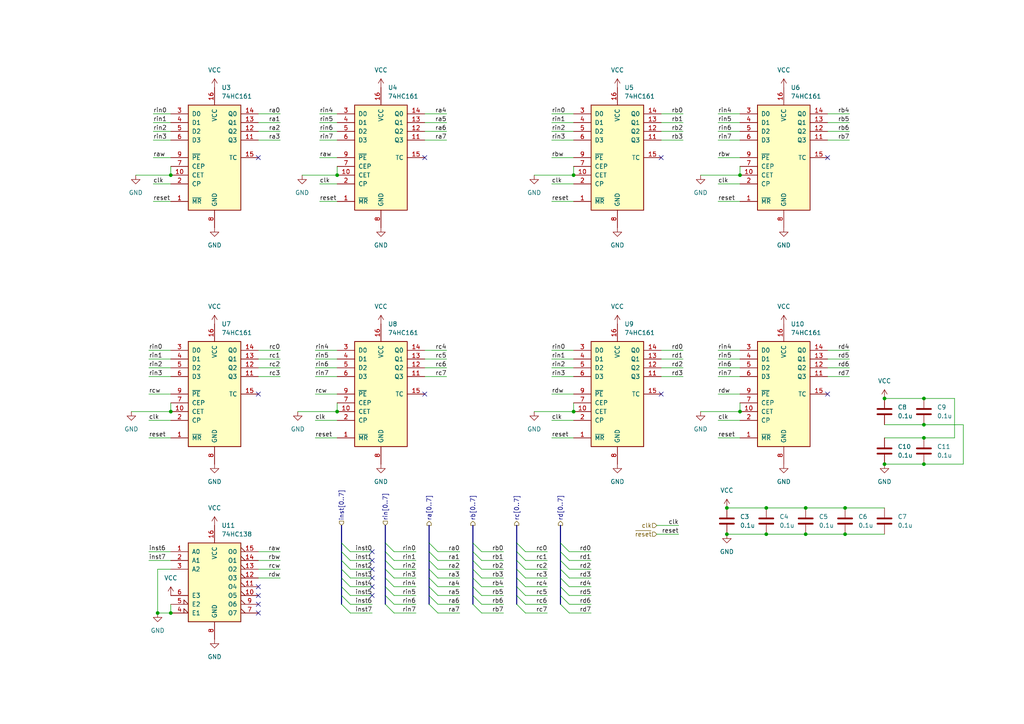
<source format=kicad_sch>
(kicad_sch (version 20211123) (generator eeschema)

  (uuid f812cca3-acaf-4129-b99c-0548e1cd2b18)

  (paper "A4")

  (lib_symbols
    (symbol "74xx:74LS138" (pin_names (offset 1.016)) (in_bom yes) (on_board yes)
      (property "Reference" "U" (id 0) (at -7.62 11.43 0)
        (effects (font (size 1.27 1.27)))
      )
      (property "Value" "74LS138" (id 1) (at -7.62 -13.97 0)
        (effects (font (size 1.27 1.27)))
      )
      (property "Footprint" "" (id 2) (at 0 0 0)
        (effects (font (size 1.27 1.27)) hide)
      )
      (property "Datasheet" "http://www.ti.com/lit/gpn/sn74LS138" (id 3) (at 0 0 0)
        (effects (font (size 1.27 1.27)) hide)
      )
      (property "ki_locked" "" (id 4) (at 0 0 0)
        (effects (font (size 1.27 1.27)))
      )
      (property "ki_keywords" "TTL DECOD DECOD8" (id 5) (at 0 0 0)
        (effects (font (size 1.27 1.27)) hide)
      )
      (property "ki_description" "Decoder 3 to 8 active low outputs" (id 6) (at 0 0 0)
        (effects (font (size 1.27 1.27)) hide)
      )
      (property "ki_fp_filters" "DIP?16*" (id 7) (at 0 0 0)
        (effects (font (size 1.27 1.27)) hide)
      )
      (symbol "74LS138_1_0"
        (pin input line (at -12.7 7.62 0) (length 5.08)
          (name "A0" (effects (font (size 1.27 1.27))))
          (number "1" (effects (font (size 1.27 1.27))))
        )
        (pin output output_low (at 12.7 -5.08 180) (length 5.08)
          (name "O5" (effects (font (size 1.27 1.27))))
          (number "10" (effects (font (size 1.27 1.27))))
        )
        (pin output output_low (at 12.7 -2.54 180) (length 5.08)
          (name "O4" (effects (font (size 1.27 1.27))))
          (number "11" (effects (font (size 1.27 1.27))))
        )
        (pin output output_low (at 12.7 0 180) (length 5.08)
          (name "O3" (effects (font (size 1.27 1.27))))
          (number "12" (effects (font (size 1.27 1.27))))
        )
        (pin output output_low (at 12.7 2.54 180) (length 5.08)
          (name "O2" (effects (font (size 1.27 1.27))))
          (number "13" (effects (font (size 1.27 1.27))))
        )
        (pin output output_low (at 12.7 5.08 180) (length 5.08)
          (name "O1" (effects (font (size 1.27 1.27))))
          (number "14" (effects (font (size 1.27 1.27))))
        )
        (pin output output_low (at 12.7 7.62 180) (length 5.08)
          (name "O0" (effects (font (size 1.27 1.27))))
          (number "15" (effects (font (size 1.27 1.27))))
        )
        (pin power_in line (at 0 15.24 270) (length 5.08)
          (name "VCC" (effects (font (size 1.27 1.27))))
          (number "16" (effects (font (size 1.27 1.27))))
        )
        (pin input line (at -12.7 5.08 0) (length 5.08)
          (name "A1" (effects (font (size 1.27 1.27))))
          (number "2" (effects (font (size 1.27 1.27))))
        )
        (pin input line (at -12.7 2.54 0) (length 5.08)
          (name "A2" (effects (font (size 1.27 1.27))))
          (number "3" (effects (font (size 1.27 1.27))))
        )
        (pin input input_low (at -12.7 -10.16 0) (length 5.08)
          (name "E1" (effects (font (size 1.27 1.27))))
          (number "4" (effects (font (size 1.27 1.27))))
        )
        (pin input input_low (at -12.7 -7.62 0) (length 5.08)
          (name "E2" (effects (font (size 1.27 1.27))))
          (number "5" (effects (font (size 1.27 1.27))))
        )
        (pin input line (at -12.7 -5.08 0) (length 5.08)
          (name "E3" (effects (font (size 1.27 1.27))))
          (number "6" (effects (font (size 1.27 1.27))))
        )
        (pin output output_low (at 12.7 -10.16 180) (length 5.08)
          (name "O7" (effects (font (size 1.27 1.27))))
          (number "7" (effects (font (size 1.27 1.27))))
        )
        (pin power_in line (at 0 -17.78 90) (length 5.08)
          (name "GND" (effects (font (size 1.27 1.27))))
          (number "8" (effects (font (size 1.27 1.27))))
        )
        (pin output output_low (at 12.7 -7.62 180) (length 5.08)
          (name "O6" (effects (font (size 1.27 1.27))))
          (number "9" (effects (font (size 1.27 1.27))))
        )
      )
      (symbol "74LS138_1_1"
        (rectangle (start -7.62 10.16) (end 7.62 -12.7)
          (stroke (width 0.254) (type default) (color 0 0 0 0))
          (fill (type background))
        )
      )
    )
    (symbol "74xx:74LS161" (pin_names (offset 1.016)) (in_bom yes) (on_board yes)
      (property "Reference" "U" (id 0) (at -7.62 16.51 0)
        (effects (font (size 1.27 1.27)))
      )
      (property "Value" "74LS161" (id 1) (at -7.62 -16.51 0)
        (effects (font (size 1.27 1.27)))
      )
      (property "Footprint" "" (id 2) (at 0 0 0)
        (effects (font (size 1.27 1.27)) hide)
      )
      (property "Datasheet" "http://www.ti.com/lit/gpn/sn74LS161" (id 3) (at 0 0 0)
        (effects (font (size 1.27 1.27)) hide)
      )
      (property "ki_locked" "" (id 4) (at 0 0 0)
        (effects (font (size 1.27 1.27)))
      )
      (property "ki_keywords" "TTL CNT CNT4" (id 5) (at 0 0 0)
        (effects (font (size 1.27 1.27)) hide)
      )
      (property "ki_description" "Synchronous 4-bit programmable binary Counter" (id 6) (at 0 0 0)
        (effects (font (size 1.27 1.27)) hide)
      )
      (property "ki_fp_filters" "DIP?16*" (id 7) (at 0 0 0)
        (effects (font (size 1.27 1.27)) hide)
      )
      (symbol "74LS161_1_0"
        (pin input line (at -12.7 -12.7 0) (length 5.08)
          (name "~{MR}" (effects (font (size 1.27 1.27))))
          (number "1" (effects (font (size 1.27 1.27))))
        )
        (pin input line (at -12.7 -5.08 0) (length 5.08)
          (name "CET" (effects (font (size 1.27 1.27))))
          (number "10" (effects (font (size 1.27 1.27))))
        )
        (pin output line (at 12.7 5.08 180) (length 5.08)
          (name "Q3" (effects (font (size 1.27 1.27))))
          (number "11" (effects (font (size 1.27 1.27))))
        )
        (pin output line (at 12.7 7.62 180) (length 5.08)
          (name "Q2" (effects (font (size 1.27 1.27))))
          (number "12" (effects (font (size 1.27 1.27))))
        )
        (pin output line (at 12.7 10.16 180) (length 5.08)
          (name "Q1" (effects (font (size 1.27 1.27))))
          (number "13" (effects (font (size 1.27 1.27))))
        )
        (pin output line (at 12.7 12.7 180) (length 5.08)
          (name "Q0" (effects (font (size 1.27 1.27))))
          (number "14" (effects (font (size 1.27 1.27))))
        )
        (pin output line (at 12.7 0 180) (length 5.08)
          (name "TC" (effects (font (size 1.27 1.27))))
          (number "15" (effects (font (size 1.27 1.27))))
        )
        (pin power_in line (at 0 20.32 270) (length 5.08)
          (name "VCC" (effects (font (size 1.27 1.27))))
          (number "16" (effects (font (size 1.27 1.27))))
        )
        (pin input line (at -12.7 -7.62 0) (length 5.08)
          (name "CP" (effects (font (size 1.27 1.27))))
          (number "2" (effects (font (size 1.27 1.27))))
        )
        (pin input line (at -12.7 12.7 0) (length 5.08)
          (name "D0" (effects (font (size 1.27 1.27))))
          (number "3" (effects (font (size 1.27 1.27))))
        )
        (pin input line (at -12.7 10.16 0) (length 5.08)
          (name "D1" (effects (font (size 1.27 1.27))))
          (number "4" (effects (font (size 1.27 1.27))))
        )
        (pin input line (at -12.7 7.62 0) (length 5.08)
          (name "D2" (effects (font (size 1.27 1.27))))
          (number "5" (effects (font (size 1.27 1.27))))
        )
        (pin input line (at -12.7 5.08 0) (length 5.08)
          (name "D3" (effects (font (size 1.27 1.27))))
          (number "6" (effects (font (size 1.27 1.27))))
        )
        (pin input line (at -12.7 -2.54 0) (length 5.08)
          (name "CEP" (effects (font (size 1.27 1.27))))
          (number "7" (effects (font (size 1.27 1.27))))
        )
        (pin power_in line (at 0 -20.32 90) (length 5.08)
          (name "GND" (effects (font (size 1.27 1.27))))
          (number "8" (effects (font (size 1.27 1.27))))
        )
        (pin input line (at -12.7 0 0) (length 5.08)
          (name "~{PE}" (effects (font (size 1.27 1.27))))
          (number "9" (effects (font (size 1.27 1.27))))
        )
      )
      (symbol "74LS161_1_1"
        (rectangle (start -7.62 15.24) (end 7.62 -15.24)
          (stroke (width 0.254) (type default) (color 0 0 0 0))
          (fill (type background))
        )
      )
    )
    (symbol "Device:C" (pin_numbers hide) (pin_names (offset 0.254)) (in_bom yes) (on_board yes)
      (property "Reference" "C" (id 0) (at 0.635 2.54 0)
        (effects (font (size 1.27 1.27)) (justify left))
      )
      (property "Value" "C" (id 1) (at 0.635 -2.54 0)
        (effects (font (size 1.27 1.27)) (justify left))
      )
      (property "Footprint" "" (id 2) (at 0.9652 -3.81 0)
        (effects (font (size 1.27 1.27)) hide)
      )
      (property "Datasheet" "~" (id 3) (at 0 0 0)
        (effects (font (size 1.27 1.27)) hide)
      )
      (property "ki_keywords" "cap capacitor" (id 4) (at 0 0 0)
        (effects (font (size 1.27 1.27)) hide)
      )
      (property "ki_description" "Unpolarized capacitor" (id 5) (at 0 0 0)
        (effects (font (size 1.27 1.27)) hide)
      )
      (property "ki_fp_filters" "C_*" (id 6) (at 0 0 0)
        (effects (font (size 1.27 1.27)) hide)
      )
      (symbol "C_0_1"
        (polyline
          (pts
            (xy -2.032 -0.762)
            (xy 2.032 -0.762)
          )
          (stroke (width 0.508) (type default) (color 0 0 0 0))
          (fill (type none))
        )
        (polyline
          (pts
            (xy -2.032 0.762)
            (xy 2.032 0.762)
          )
          (stroke (width 0.508) (type default) (color 0 0 0 0))
          (fill (type none))
        )
      )
      (symbol "C_1_1"
        (pin passive line (at 0 3.81 270) (length 2.794)
          (name "~" (effects (font (size 1.27 1.27))))
          (number "1" (effects (font (size 1.27 1.27))))
        )
        (pin passive line (at 0 -3.81 90) (length 2.794)
          (name "~" (effects (font (size 1.27 1.27))))
          (number "2" (effects (font (size 1.27 1.27))))
        )
      )
    )
    (symbol "power:GND" (power) (pin_names (offset 0)) (in_bom yes) (on_board yes)
      (property "Reference" "#PWR" (id 0) (at 0 -6.35 0)
        (effects (font (size 1.27 1.27)) hide)
      )
      (property "Value" "GND" (id 1) (at 0 -3.81 0)
        (effects (font (size 1.27 1.27)))
      )
      (property "Footprint" "" (id 2) (at 0 0 0)
        (effects (font (size 1.27 1.27)) hide)
      )
      (property "Datasheet" "" (id 3) (at 0 0 0)
        (effects (font (size 1.27 1.27)) hide)
      )
      (property "ki_keywords" "power-flag" (id 4) (at 0 0 0)
        (effects (font (size 1.27 1.27)) hide)
      )
      (property "ki_description" "Power symbol creates a global label with name \"GND\" , ground" (id 5) (at 0 0 0)
        (effects (font (size 1.27 1.27)) hide)
      )
      (symbol "GND_0_1"
        (polyline
          (pts
            (xy 0 0)
            (xy 0 -1.27)
            (xy 1.27 -1.27)
            (xy 0 -2.54)
            (xy -1.27 -1.27)
            (xy 0 -1.27)
          )
          (stroke (width 0) (type default) (color 0 0 0 0))
          (fill (type none))
        )
      )
      (symbol "GND_1_1"
        (pin power_in line (at 0 0 270) (length 0) hide
          (name "GND" (effects (font (size 1.27 1.27))))
          (number "1" (effects (font (size 1.27 1.27))))
        )
      )
    )
    (symbol "power:VCC" (power) (pin_names (offset 0)) (in_bom yes) (on_board yes)
      (property "Reference" "#PWR" (id 0) (at 0 -3.81 0)
        (effects (font (size 1.27 1.27)) hide)
      )
      (property "Value" "VCC" (id 1) (at 0 3.81 0)
        (effects (font (size 1.27 1.27)))
      )
      (property "Footprint" "" (id 2) (at 0 0 0)
        (effects (font (size 1.27 1.27)) hide)
      )
      (property "Datasheet" "" (id 3) (at 0 0 0)
        (effects (font (size 1.27 1.27)) hide)
      )
      (property "ki_keywords" "power-flag" (id 4) (at 0 0 0)
        (effects (font (size 1.27 1.27)) hide)
      )
      (property "ki_description" "Power symbol creates a global label with name \"VCC\"" (id 5) (at 0 0 0)
        (effects (font (size 1.27 1.27)) hide)
      )
      (symbol "VCC_0_1"
        (polyline
          (pts
            (xy -0.762 1.27)
            (xy 0 2.54)
          )
          (stroke (width 0) (type default) (color 0 0 0 0))
          (fill (type none))
        )
        (polyline
          (pts
            (xy 0 0)
            (xy 0 2.54)
          )
          (stroke (width 0) (type default) (color 0 0 0 0))
          (fill (type none))
        )
        (polyline
          (pts
            (xy 0 2.54)
            (xy 0.762 1.27)
          )
          (stroke (width 0) (type default) (color 0 0 0 0))
          (fill (type none))
        )
      )
      (symbol "VCC_1_1"
        (pin power_in line (at 0 0 90) (length 0) hide
          (name "VCC" (effects (font (size 1.27 1.27))))
          (number "1" (effects (font (size 1.27 1.27))))
        )
      )
    )
  )

  (junction (at 97.79 50.8) (diameter 0) (color 0 0 0 0)
    (uuid 0ad82aa8-2d2b-4fbc-8cd7-69817264cc5b)
  )
  (junction (at 222.25 147.32) (diameter 0) (color 0 0 0 0)
    (uuid 20cd7d84-c895-43fc-a7f7-530b850f2a72)
  )
  (junction (at 267.97 127) (diameter 0) (color 0 0 0 0)
    (uuid 2eea3288-73a8-433c-97ef-82b94cea3ad1)
  )
  (junction (at 233.68 154.94) (diameter 0) (color 0 0 0 0)
    (uuid 344704ee-cc5c-4411-8198-e053dcb92326)
  )
  (junction (at 166.37 50.8) (diameter 0) (color 0 0 0 0)
    (uuid 37386442-59b4-4f3d-b310-a60df67c34b9)
  )
  (junction (at 267.97 134.62) (diameter 0) (color 0 0 0 0)
    (uuid 3d06610f-d1b3-4924-8e2e-192b6c88301b)
  )
  (junction (at 97.79 119.38) (diameter 0) (color 0 0 0 0)
    (uuid 3e50be25-c4e3-4ad2-8e7d-544d7901f8a2)
  )
  (junction (at 256.54 115.57) (diameter 0) (color 0 0 0 0)
    (uuid 41e1644f-d66b-4427-9fc8-4b6bd2a689c4)
  )
  (junction (at 45.72 177.8) (diameter 0) (color 0 0 0 0)
    (uuid 4ddd8510-38d3-43c1-815f-998842531c82)
  )
  (junction (at 214.63 50.8) (diameter 0) (color 0 0 0 0)
    (uuid 5b2aa164-7238-44a7-bde2-f2fd0f1ba2b0)
  )
  (junction (at 210.82 154.94) (diameter 0) (color 0 0 0 0)
    (uuid 65411d94-0023-45ce-a7b9-c434143a066f)
  )
  (junction (at 166.37 119.38) (diameter 0) (color 0 0 0 0)
    (uuid 65848d7f-ad99-4b8e-9661-253fcefe7527)
  )
  (junction (at 256.54 134.62) (diameter 0) (color 0 0 0 0)
    (uuid 686c85bb-c856-4e8b-ae56-8d91c6c6af00)
  )
  (junction (at 210.82 147.32) (diameter 0) (color 0 0 0 0)
    (uuid 70bca220-3043-469d-b119-a3c508798a2f)
  )
  (junction (at 245.11 147.32) (diameter 0) (color 0 0 0 0)
    (uuid 86566536-7be9-4d65-8984-def64384be1d)
  )
  (junction (at 267.97 123.19) (diameter 0) (color 0 0 0 0)
    (uuid 868e6d5d-f8c7-4992-8185-2bd2da6297ad)
  )
  (junction (at 222.25 154.94) (diameter 0) (color 0 0 0 0)
    (uuid 86e67b91-f707-4387-8240-645531887ba1)
  )
  (junction (at 49.53 119.38) (diameter 0) (color 0 0 0 0)
    (uuid 888f10a8-5ebd-4acf-a1d6-d9a6e262c41d)
  )
  (junction (at 49.53 50.8) (diameter 0) (color 0 0 0 0)
    (uuid 91b73909-00dd-4e2a-8082-34925a8f8d8e)
  )
  (junction (at 233.68 147.32) (diameter 0) (color 0 0 0 0)
    (uuid 976b723d-a6aa-4d8a-9429-b971c952b924)
  )
  (junction (at 267.97 115.57) (diameter 0) (color 0 0 0 0)
    (uuid 9c1d8ea1-2ac1-4069-9af6-e51c09922f95)
  )
  (junction (at 245.11 154.94) (diameter 0) (color 0 0 0 0)
    (uuid b2b68ebe-15fc-41e0-9183-ea2e1c04ab6a)
  )
  (junction (at 214.63 119.38) (diameter 0) (color 0 0 0 0)
    (uuid e1cd672e-01ab-48af-bf61-b95b0e0ac2eb)
  )
  (junction (at 49.53 177.8) (diameter 0) (color 0 0 0 0)
    (uuid fc5b9e9a-1d6f-4fe8-882e-1cbfc522d34d)
  )

  (no_connect (at 107.95 172.72) (uuid 3e6aaf08-31f1-49d1-bb78-8b62d49cd51b))
  (no_connect (at 107.95 160.02) (uuid 3e6aaf08-31f1-49d1-bb78-8b62d49cd51c))
  (no_connect (at 107.95 162.56) (uuid 3e6aaf08-31f1-49d1-bb78-8b62d49cd51d))
  (no_connect (at 107.95 167.64) (uuid 3e6aaf08-31f1-49d1-bb78-8b62d49cd51e))
  (no_connect (at 107.95 170.18) (uuid 3e6aaf08-31f1-49d1-bb78-8b62d49cd51f))
  (no_connect (at 107.95 165.1) (uuid 3e6aaf08-31f1-49d1-bb78-8b62d49cd520))
  (no_connect (at 191.77 45.72) (uuid 97cd3d6a-41c6-493d-a179-cf99958f98ed))
  (no_connect (at 240.03 45.72) (uuid 97cd3d6a-41c6-493d-a179-cf99958f98ee))
  (no_connect (at 240.03 114.3) (uuid 97cd3d6a-41c6-493d-a179-cf99958f98ef))
  (no_connect (at 191.77 114.3) (uuid 97cd3d6a-41c6-493d-a179-cf99958f98f0))
  (no_connect (at 123.19 45.72) (uuid 97cd3d6a-41c6-493d-a179-cf99958f98f1))
  (no_connect (at 74.93 114.3) (uuid 97cd3d6a-41c6-493d-a179-cf99958f98f2))
  (no_connect (at 123.19 114.3) (uuid 97cd3d6a-41c6-493d-a179-cf99958f98f3))
  (no_connect (at 74.93 45.72) (uuid 97cd3d6a-41c6-493d-a179-cf99958f98f4))
  (no_connect (at 74.93 170.18) (uuid 97cd3d6a-41c6-493d-a179-cf99958f98f5))
  (no_connect (at 74.93 172.72) (uuid 97cd3d6a-41c6-493d-a179-cf99958f98f6))
  (no_connect (at 74.93 175.26) (uuid 97cd3d6a-41c6-493d-a179-cf99958f98f7))
  (no_connect (at 74.93 177.8) (uuid 97cd3d6a-41c6-493d-a179-cf99958f98f8))

  (bus_entry (at 124.46 165.1) (size 2.54 2.54)
    (stroke (width 0) (type default) (color 0 0 0 0))
    (uuid 0bbc854e-2268-46c4-8843-c991d95826f3)
  )
  (bus_entry (at 162.56 172.72) (size 2.54 2.54)
    (stroke (width 0) (type default) (color 0 0 0 0))
    (uuid 0c1a6b34-0b62-4674-96c3-2478d213ec6c)
  )
  (bus_entry (at 149.86 157.48) (size 2.54 2.54)
    (stroke (width 0) (type default) (color 0 0 0 0))
    (uuid 0feebf70-dfd3-4289-ad48-f9117733478f)
  )
  (bus_entry (at 111.76 167.64) (size 2.54 2.54)
    (stroke (width 0) (type default) (color 0 0 0 0))
    (uuid 13e40330-07b1-4284-94e3-24f200c7354c)
  )
  (bus_entry (at 137.16 167.64) (size 2.54 2.54)
    (stroke (width 0) (type default) (color 0 0 0 0))
    (uuid 206b021f-6a6c-4a8e-b67c-ee487cfa6bd6)
  )
  (bus_entry (at 124.46 167.64) (size 2.54 2.54)
    (stroke (width 0) (type default) (color 0 0 0 0))
    (uuid 2c5c5c5e-a067-45be-a9d6-06ea029fba96)
  )
  (bus_entry (at 162.56 170.18) (size 2.54 2.54)
    (stroke (width 0) (type default) (color 0 0 0 0))
    (uuid 2d3d8349-c487-4b0c-80c8-fdf7e37591af)
  )
  (bus_entry (at 111.76 172.72) (size 2.54 2.54)
    (stroke (width 0) (type default) (color 0 0 0 0))
    (uuid 2f0c08c0-8309-46ce-830a-d2f80dacd380)
  )
  (bus_entry (at 137.16 165.1) (size 2.54 2.54)
    (stroke (width 0) (type default) (color 0 0 0 0))
    (uuid 3146f85c-de77-49a1-8b3a-7d2cf5102036)
  )
  (bus_entry (at 149.86 175.26) (size 2.54 2.54)
    (stroke (width 0) (type default) (color 0 0 0 0))
    (uuid 3f47b7c6-f312-499e-aae4-3c29e0311fe7)
  )
  (bus_entry (at 124.46 160.02) (size 2.54 2.54)
    (stroke (width 0) (type default) (color 0 0 0 0))
    (uuid 45cdfc70-8686-4863-9b73-8155a83a440d)
  )
  (bus_entry (at 162.56 165.1) (size 2.54 2.54)
    (stroke (width 0) (type default) (color 0 0 0 0))
    (uuid 4680860a-0fbe-4c11-ae75-3b43cd908dee)
  )
  (bus_entry (at 111.76 165.1) (size 2.54 2.54)
    (stroke (width 0) (type default) (color 0 0 0 0))
    (uuid 46a7a1b6-2980-4b60-b42f-dc05bfecd424)
  )
  (bus_entry (at 137.16 162.56) (size 2.54 2.54)
    (stroke (width 0) (type default) (color 0 0 0 0))
    (uuid 64718f95-03c6-4454-8a20-d30ce6c4908d)
  )
  (bus_entry (at 162.56 162.56) (size 2.54 2.54)
    (stroke (width 0) (type default) (color 0 0 0 0))
    (uuid 66f3f269-b5df-49a8-863a-84af8819b3ed)
  )
  (bus_entry (at 124.46 170.18) (size 2.54 2.54)
    (stroke (width 0) (type default) (color 0 0 0 0))
    (uuid 711c3140-59d3-4bf7-a8e2-77c524108fba)
  )
  (bus_entry (at 149.86 170.18) (size 2.54 2.54)
    (stroke (width 0) (type default) (color 0 0 0 0))
    (uuid 7235a384-da49-4571-bc58-8b16163dafec)
  )
  (bus_entry (at 137.16 160.02) (size 2.54 2.54)
    (stroke (width 0) (type default) (color 0 0 0 0))
    (uuid 73a9c108-f441-4d68-a778-7756ee825503)
  )
  (bus_entry (at 149.86 160.02) (size 2.54 2.54)
    (stroke (width 0) (type default) (color 0 0 0 0))
    (uuid 8484d293-3d53-4a39-9ffb-96315029686d)
  )
  (bus_entry (at 149.86 165.1) (size 2.54 2.54)
    (stroke (width 0) (type default) (color 0 0 0 0))
    (uuid 87ddca3d-65a6-416d-8437-a708b55a3aec)
  )
  (bus_entry (at 137.16 172.72) (size 2.54 2.54)
    (stroke (width 0) (type default) (color 0 0 0 0))
    (uuid 8e26efb7-30c2-4003-88d5-8cc32e39ad42)
  )
  (bus_entry (at 137.16 175.26) (size 2.54 2.54)
    (stroke (width 0) (type default) (color 0 0 0 0))
    (uuid 93407a20-a6b2-4ff3-b074-e8ebd81c5a7f)
  )
  (bus_entry (at 149.86 162.56) (size 2.54 2.54)
    (stroke (width 0) (type default) (color 0 0 0 0))
    (uuid 9a0a5a1f-8f30-4fa0-b335-7ee9d3f16e07)
  )
  (bus_entry (at 111.76 175.26) (size 2.54 2.54)
    (stroke (width 0) (type default) (color 0 0 0 0))
    (uuid 9fdb4da6-c71a-4dd5-b1e2-5a35d12c5d6b)
  )
  (bus_entry (at 111.76 170.18) (size 2.54 2.54)
    (stroke (width 0) (type default) (color 0 0 0 0))
    (uuid a7f0af4e-7596-43b1-96af-2b7b3e5dfa1a)
  )
  (bus_entry (at 162.56 157.48) (size 2.54 2.54)
    (stroke (width 0) (type default) (color 0 0 0 0))
    (uuid ab5bb22a-5663-430c-9f9f-42a0a4a983d1)
  )
  (bus_entry (at 149.86 167.64) (size 2.54 2.54)
    (stroke (width 0) (type default) (color 0 0 0 0))
    (uuid abee2106-d214-4041-b730-4eb89818dc57)
  )
  (bus_entry (at 162.56 160.02) (size 2.54 2.54)
    (stroke (width 0) (type default) (color 0 0 0 0))
    (uuid adc472cd-a7ee-44f1-aefc-99e5ce70ac13)
  )
  (bus_entry (at 99.06 175.26) (size 2.54 2.54)
    (stroke (width 0) (type default) (color 0 0 0 0))
    (uuid b297d779-5af1-4a7e-8874-e4083d714fec)
  )
  (bus_entry (at 99.06 172.72) (size 2.54 2.54)
    (stroke (width 0) (type default) (color 0 0 0 0))
    (uuid b297d779-5af1-4a7e-8874-e4083d714fed)
  )
  (bus_entry (at 99.06 170.18) (size 2.54 2.54)
    (stroke (width 0) (type default) (color 0 0 0 0))
    (uuid b297d779-5af1-4a7e-8874-e4083d714fee)
  )
  (bus_entry (at 99.06 167.64) (size 2.54 2.54)
    (stroke (width 0) (type default) (color 0 0 0 0))
    (uuid b297d779-5af1-4a7e-8874-e4083d714fef)
  )
  (bus_entry (at 99.06 157.48) (size 2.54 2.54)
    (stroke (width 0) (type default) (color 0 0 0 0))
    (uuid b297d779-5af1-4a7e-8874-e4083d714ff0)
  )
  (bus_entry (at 99.06 165.1) (size 2.54 2.54)
    (stroke (width 0) (type default) (color 0 0 0 0))
    (uuid b297d779-5af1-4a7e-8874-e4083d714ff1)
  )
  (bus_entry (at 99.06 162.56) (size 2.54 2.54)
    (stroke (width 0) (type default) (color 0 0 0 0))
    (uuid b297d779-5af1-4a7e-8874-e4083d714ff2)
  )
  (bus_entry (at 99.06 160.02) (size 2.54 2.54)
    (stroke (width 0) (type default) (color 0 0 0 0))
    (uuid b297d779-5af1-4a7e-8874-e4083d714ff3)
  )
  (bus_entry (at 124.46 157.48) (size 2.54 2.54)
    (stroke (width 0) (type default) (color 0 0 0 0))
    (uuid bb9ff5a5-42a9-4f81-948d-282c31a6ea32)
  )
  (bus_entry (at 162.56 175.26) (size 2.54 2.54)
    (stroke (width 0) (type default) (color 0 0 0 0))
    (uuid c4108f67-3388-4ce6-ac54-d2c0b8b2cb82)
  )
  (bus_entry (at 124.46 162.56) (size 2.54 2.54)
    (stroke (width 0) (type default) (color 0 0 0 0))
    (uuid c79674a4-38d8-4416-8368-2d0537ca3dbc)
  )
  (bus_entry (at 124.46 172.72) (size 2.54 2.54)
    (stroke (width 0) (type default) (color 0 0 0 0))
    (uuid c8245a39-d896-4fd1-bf65-d6612266ec3b)
  )
  (bus_entry (at 111.76 157.48) (size 2.54 2.54)
    (stroke (width 0) (type default) (color 0 0 0 0))
    (uuid d55cbe63-c093-44b2-89ad-17c0bf7046e3)
  )
  (bus_entry (at 162.56 167.64) (size 2.54 2.54)
    (stroke (width 0) (type default) (color 0 0 0 0))
    (uuid d5aa1989-034d-4dd6-a41b-0930ec566948)
  )
  (bus_entry (at 124.46 175.26) (size 2.54 2.54)
    (stroke (width 0) (type default) (color 0 0 0 0))
    (uuid d65d8c36-f991-4483-bf32-d65cea861fd2)
  )
  (bus_entry (at 149.86 172.72) (size 2.54 2.54)
    (stroke (width 0) (type default) (color 0 0 0 0))
    (uuid ee5d3401-1bfe-4cbf-aeee-6c12218f1321)
  )
  (bus_entry (at 111.76 160.02) (size 2.54 2.54)
    (stroke (width 0) (type default) (color 0 0 0 0))
    (uuid f210cfe1-c005-4a59-8e25-1a6c4ed265d4)
  )
  (bus_entry (at 137.16 170.18) (size 2.54 2.54)
    (stroke (width 0) (type default) (color 0 0 0 0))
    (uuid f9c2fade-91f4-4111-a330-6fc5670a10f5)
  )
  (bus_entry (at 137.16 157.48) (size 2.54 2.54)
    (stroke (width 0) (type default) (color 0 0 0 0))
    (uuid fbe3ac03-7ebd-4cac-8f1a-18a466647f18)
  )
  (bus_entry (at 111.76 162.56) (size 2.54 2.54)
    (stroke (width 0) (type default) (color 0 0 0 0))
    (uuid ff8555a3-2dd3-4c75-a535-b277e09c4b0a)
  )

  (bus (pts (xy 162.56 172.72) (xy 162.56 175.26))
    (stroke (width 0) (type default) (color 0 0 0 0))
    (uuid 02b2e261-a505-443f-a918-d9ce7a47a775)
  )

  (wire (pts (xy 74.93 101.6) (xy 81.28 101.6))
    (stroke (width 0) (type default) (color 0 0 0 0))
    (uuid 0459d9b9-0d5f-4e0b-84d9-41ccc979a884)
  )
  (wire (pts (xy 43.18 121.92) (xy 49.53 121.92))
    (stroke (width 0) (type default) (color 0 0 0 0))
    (uuid 0512c64b-33c2-472d-ac0d-b54963addf2a)
  )
  (wire (pts (xy 160.02 106.68) (xy 166.37 106.68))
    (stroke (width 0) (type default) (color 0 0 0 0))
    (uuid 077f6af4-2992-4dff-8651-69a086f5fa44)
  )
  (wire (pts (xy 74.93 35.56) (xy 81.28 35.56))
    (stroke (width 0) (type default) (color 0 0 0 0))
    (uuid 0a31c88d-ad3a-4b63-988f-0ee665622c05)
  )
  (bus (pts (xy 162.56 152.4) (xy 162.56 157.48))
    (stroke (width 0) (type default) (color 0 0 0 0))
    (uuid 0b9e51ff-2ec4-4b17-8530-2d777ae94cc0)
  )

  (wire (pts (xy 152.4 175.26) (xy 158.75 175.26))
    (stroke (width 0) (type default) (color 0 0 0 0))
    (uuid 0e7126c9-50d3-4a05-be43-19e76cce6a04)
  )
  (wire (pts (xy 191.77 40.64) (xy 198.12 40.64))
    (stroke (width 0) (type default) (color 0 0 0 0))
    (uuid 10eb87d9-bbfb-4b3e-b5d7-6c39223ac4f6)
  )
  (bus (pts (xy 99.06 157.48) (xy 99.06 160.02))
    (stroke (width 0) (type default) (color 0 0 0 0))
    (uuid 110da8b3-3e1c-4111-a8b6-c19da6f8ea97)
  )

  (wire (pts (xy 97.79 48.26) (xy 97.79 50.8))
    (stroke (width 0) (type default) (color 0 0 0 0))
    (uuid 112bc6ed-e9e4-45f5-8f24-c08865852dbc)
  )
  (wire (pts (xy 91.44 104.14) (xy 97.79 104.14))
    (stroke (width 0) (type default) (color 0 0 0 0))
    (uuid 119b8a27-d05e-4068-a3f2-1ff09ba9f508)
  )
  (bus (pts (xy 149.86 165.1) (xy 149.86 167.64))
    (stroke (width 0) (type default) (color 0 0 0 0))
    (uuid 12041350-7a3a-4967-b153-f27cff2db8a3)
  )

  (wire (pts (xy 240.03 35.56) (xy 246.38 35.56))
    (stroke (width 0) (type default) (color 0 0 0 0))
    (uuid 1242cf92-82ec-41da-8736-122e121ae468)
  )
  (bus (pts (xy 149.86 167.64) (xy 149.86 170.18))
    (stroke (width 0) (type default) (color 0 0 0 0))
    (uuid 129cfa3a-d8e7-4da7-873b-895b3b421699)
  )

  (wire (pts (xy 43.18 109.22) (xy 49.53 109.22))
    (stroke (width 0) (type default) (color 0 0 0 0))
    (uuid 1374e0bf-6bea-49fa-a564-bd0535e7d938)
  )
  (wire (pts (xy 101.6 175.26) (xy 107.95 175.26))
    (stroke (width 0) (type default) (color 0 0 0 0))
    (uuid 14381231-d84c-46e0-ba1a-ae53dcf8567a)
  )
  (wire (pts (xy 160.02 121.92) (xy 166.37 121.92))
    (stroke (width 0) (type default) (color 0 0 0 0))
    (uuid 14b0b0f8-0c82-44ec-9bc4-b296468d896a)
  )
  (wire (pts (xy 87.63 50.8) (xy 97.79 50.8))
    (stroke (width 0) (type default) (color 0 0 0 0))
    (uuid 15c8b18a-e630-488d-8ea4-156b57f17a22)
  )
  (wire (pts (xy 43.18 106.68) (xy 49.53 106.68))
    (stroke (width 0) (type default) (color 0 0 0 0))
    (uuid 17b779d9-46e2-4c62-884e-923b57485e34)
  )
  (bus (pts (xy 149.86 160.02) (xy 149.86 162.56))
    (stroke (width 0) (type default) (color 0 0 0 0))
    (uuid 17f3cac5-a35f-4248-83cd-53eae193b4d4)
  )

  (wire (pts (xy 160.02 45.72) (xy 166.37 45.72))
    (stroke (width 0) (type default) (color 0 0 0 0))
    (uuid 190c078d-32ea-44d4-a126-3260e9f1e782)
  )
  (wire (pts (xy 44.45 53.34) (xy 49.53 53.34))
    (stroke (width 0) (type default) (color 0 0 0 0))
    (uuid 1b8505fd-6bd4-453d-9c3a-68f9976fea56)
  )
  (wire (pts (xy 101.6 167.64) (xy 107.95 167.64))
    (stroke (width 0) (type default) (color 0 0 0 0))
    (uuid 1bd8ffd8-0ba4-4f08-b6d8-43d70288fa4f)
  )
  (wire (pts (xy 160.02 40.64) (xy 166.37 40.64))
    (stroke (width 0) (type default) (color 0 0 0 0))
    (uuid 1cbb8e74-4025-40c0-a3ae-ad53e794bc62)
  )
  (bus (pts (xy 124.46 167.64) (xy 124.46 170.18))
    (stroke (width 0) (type default) (color 0 0 0 0))
    (uuid 1d23accc-0f68-44ff-acc3-7628607017fb)
  )

  (wire (pts (xy 101.6 162.56) (xy 107.95 162.56))
    (stroke (width 0) (type default) (color 0 0 0 0))
    (uuid 22e43d1f-f956-455e-b3ca-09dd9bf02305)
  )
  (wire (pts (xy 208.28 35.56) (xy 214.63 35.56))
    (stroke (width 0) (type default) (color 0 0 0 0))
    (uuid 24459368-ec1c-425e-b0ba-3ccb1f827800)
  )
  (bus (pts (xy 111.76 162.56) (xy 111.76 165.1))
    (stroke (width 0) (type default) (color 0 0 0 0))
    (uuid 248df020-cb47-484d-990f-fc7fe9050850)
  )

  (wire (pts (xy 123.19 33.02) (xy 129.54 33.02))
    (stroke (width 0) (type default) (color 0 0 0 0))
    (uuid 25e40bd4-9151-424e-b600-56b764003765)
  )
  (wire (pts (xy 92.71 38.1) (xy 97.79 38.1))
    (stroke (width 0) (type default) (color 0 0 0 0))
    (uuid 266b7e6f-426b-43f7-b46d-50ac4ff256b9)
  )
  (wire (pts (xy 165.1 165.1) (xy 171.45 165.1))
    (stroke (width 0) (type default) (color 0 0 0 0))
    (uuid 27694578-8b99-4e61-b5f6-fa64ebac6177)
  )
  (wire (pts (xy 139.7 177.8) (xy 146.05 177.8))
    (stroke (width 0) (type default) (color 0 0 0 0))
    (uuid 2961d3ff-dbd2-43f6-b860-5f4920c8e75f)
  )
  (wire (pts (xy 191.77 101.6) (xy 198.12 101.6))
    (stroke (width 0) (type default) (color 0 0 0 0))
    (uuid 2a06718e-18d2-4fed-b12b-1f45112e8f96)
  )
  (bus (pts (xy 124.46 170.18) (xy 124.46 172.72))
    (stroke (width 0) (type default) (color 0 0 0 0))
    (uuid 2bce467c-f19f-4c68-a039-ce724fb22971)
  )

  (wire (pts (xy 74.93 109.22) (xy 81.28 109.22))
    (stroke (width 0) (type default) (color 0 0 0 0))
    (uuid 2d9666b8-cdbc-42ec-a6d3-d3d0b30241d6)
  )
  (wire (pts (xy 101.6 177.8) (xy 107.95 177.8))
    (stroke (width 0) (type default) (color 0 0 0 0))
    (uuid 2da94e0f-c113-404e-9554-8e14aaa7c7fe)
  )
  (wire (pts (xy 152.4 177.8) (xy 158.75 177.8))
    (stroke (width 0) (type default) (color 0 0 0 0))
    (uuid 30a6c2d6-828b-4b63-9486-5bf333409fcf)
  )
  (wire (pts (xy 208.28 33.02) (xy 214.63 33.02))
    (stroke (width 0) (type default) (color 0 0 0 0))
    (uuid 31fad659-dfb1-42a8-8310-2eb48b441a11)
  )
  (wire (pts (xy 39.37 50.8) (xy 49.53 50.8))
    (stroke (width 0) (type default) (color 0 0 0 0))
    (uuid 320d6566-298d-4bc9-ae08-6d7cad3ddaae)
  )
  (wire (pts (xy 208.28 109.22) (xy 214.63 109.22))
    (stroke (width 0) (type default) (color 0 0 0 0))
    (uuid 32f5578f-d516-4fc7-a011-8363668ecaa1)
  )
  (bus (pts (xy 149.86 170.18) (xy 149.86 172.72))
    (stroke (width 0) (type default) (color 0 0 0 0))
    (uuid 338103db-eb8f-48b5-b366-59bca1f1634b)
  )

  (wire (pts (xy 191.77 35.56) (xy 198.12 35.56))
    (stroke (width 0) (type default) (color 0 0 0 0))
    (uuid 33dc922e-2e28-42ac-9c4b-ad8dce368601)
  )
  (wire (pts (xy 160.02 109.22) (xy 166.37 109.22))
    (stroke (width 0) (type default) (color 0 0 0 0))
    (uuid 33eb7369-97db-47e3-9e02-75cc1729ecbf)
  )
  (wire (pts (xy 74.93 38.1) (xy 81.28 38.1))
    (stroke (width 0) (type default) (color 0 0 0 0))
    (uuid 34c31ab9-b061-4d10-ae03-d01d01385ee1)
  )
  (wire (pts (xy 240.03 40.64) (xy 246.38 40.64))
    (stroke (width 0) (type default) (color 0 0 0 0))
    (uuid 352eae3c-1493-48be-bd36-76de0b878e33)
  )
  (wire (pts (xy 165.1 170.18) (xy 171.45 170.18))
    (stroke (width 0) (type default) (color 0 0 0 0))
    (uuid 370be7aa-5b9e-4130-bff5-545474ee3736)
  )
  (wire (pts (xy 114.3 162.56) (xy 120.65 162.56))
    (stroke (width 0) (type default) (color 0 0 0 0))
    (uuid 37a7677a-11a7-4210-8b98-525a5d6155e9)
  )
  (wire (pts (xy 101.6 172.72) (xy 107.95 172.72))
    (stroke (width 0) (type default) (color 0 0 0 0))
    (uuid 3987eb2c-b350-4c05-b990-0da64791114b)
  )
  (wire (pts (xy 256.54 134.62) (xy 267.97 134.62))
    (stroke (width 0) (type default) (color 0 0 0 0))
    (uuid 3ac2ba62-6710-4180-b21d-0e41bfd47404)
  )
  (wire (pts (xy 210.82 154.94) (xy 222.25 154.94))
    (stroke (width 0) (type default) (color 0 0 0 0))
    (uuid 3ad4591b-15d1-453e-abb0-0d75f08b4a71)
  )
  (wire (pts (xy 165.1 160.02) (xy 171.45 160.02))
    (stroke (width 0) (type default) (color 0 0 0 0))
    (uuid 3be0ef2d-b9c1-48f8-b2ba-2439effcf4a3)
  )
  (wire (pts (xy 91.44 106.68) (xy 97.79 106.68))
    (stroke (width 0) (type default) (color 0 0 0 0))
    (uuid 3bf45079-ac5f-4606-be0b-39fb33a04e38)
  )
  (wire (pts (xy 160.02 114.3) (xy 166.37 114.3))
    (stroke (width 0) (type default) (color 0 0 0 0))
    (uuid 3cee1e00-4fea-4904-b840-be111348abb0)
  )
  (wire (pts (xy 45.72 165.1) (xy 45.72 177.8))
    (stroke (width 0) (type default) (color 0 0 0 0))
    (uuid 3d947ba0-3a13-4504-b606-58f5ee9a0f9c)
  )
  (bus (pts (xy 162.56 165.1) (xy 162.56 167.64))
    (stroke (width 0) (type default) (color 0 0 0 0))
    (uuid 3fa82b04-f14c-4758-8ed7-9c74ce2e4237)
  )
  (bus (pts (xy 162.56 160.02) (xy 162.56 162.56))
    (stroke (width 0) (type default) (color 0 0 0 0))
    (uuid 40ab6703-4be1-40b0-9845-919dea775d7f)
  )

  (wire (pts (xy 49.53 116.84) (xy 49.53 119.38))
    (stroke (width 0) (type default) (color 0 0 0 0))
    (uuid 40b44c73-2b3c-4591-8214-5579e77f516e)
  )
  (bus (pts (xy 111.76 170.18) (xy 111.76 172.72))
    (stroke (width 0) (type default) (color 0 0 0 0))
    (uuid 41cc89e4-c785-472e-9857-96b2b37835a1)
  )

  (wire (pts (xy 240.03 38.1) (xy 246.38 38.1))
    (stroke (width 0) (type default) (color 0 0 0 0))
    (uuid 44a8b73b-2c9b-45f8-b2a2-b1f269d1663f)
  )
  (wire (pts (xy 127 177.8) (xy 133.35 177.8))
    (stroke (width 0) (type default) (color 0 0 0 0))
    (uuid 44b03dc8-fc79-41b5-92fa-be8e51a0afdb)
  )
  (wire (pts (xy 203.2 119.38) (xy 214.63 119.38))
    (stroke (width 0) (type default) (color 0 0 0 0))
    (uuid 452bffac-b820-4858-880c-6ae8d378f98e)
  )
  (wire (pts (xy 165.1 177.8) (xy 171.45 177.8))
    (stroke (width 0) (type default) (color 0 0 0 0))
    (uuid 4533c1c6-2127-4879-812f-d297dd93ca30)
  )
  (wire (pts (xy 123.19 106.68) (xy 129.54 106.68))
    (stroke (width 0) (type default) (color 0 0 0 0))
    (uuid 46b5b88e-3dda-41d1-9cee-f7caa9901d79)
  )
  (wire (pts (xy 256.54 115.57) (xy 267.97 115.57))
    (stroke (width 0) (type default) (color 0 0 0 0))
    (uuid 4830c78d-9797-4e2b-9831-8a27d5a8ca2d)
  )
  (wire (pts (xy 165.1 172.72) (xy 171.45 172.72))
    (stroke (width 0) (type default) (color 0 0 0 0))
    (uuid 48fa8c31-b832-419b-a8ff-8e13c9ef7ece)
  )
  (wire (pts (xy 74.93 162.56) (xy 81.28 162.56))
    (stroke (width 0) (type default) (color 0 0 0 0))
    (uuid 497e7c5f-4fbd-43e9-834e-53546107f99c)
  )
  (wire (pts (xy 191.77 38.1) (xy 198.12 38.1))
    (stroke (width 0) (type default) (color 0 0 0 0))
    (uuid 49c6b47a-5ebb-4ad5-8fd4-0729ead18cef)
  )
  (wire (pts (xy 92.71 45.72) (xy 97.79 45.72))
    (stroke (width 0) (type default) (color 0 0 0 0))
    (uuid 4cd1a1af-5325-467f-8b7e-8da2de74a1a3)
  )
  (bus (pts (xy 137.16 152.4) (xy 137.16 157.48))
    (stroke (width 0) (type default) (color 0 0 0 0))
    (uuid 4e82a1ef-96f5-4b3d-b000-161ff5f0d4e3)
  )

  (wire (pts (xy 74.93 165.1) (xy 81.28 165.1))
    (stroke (width 0) (type default) (color 0 0 0 0))
    (uuid 4f7a1eba-8dbc-4c27-9d23-77ce339ae68b)
  )
  (wire (pts (xy 43.18 101.6) (xy 49.53 101.6))
    (stroke (width 0) (type default) (color 0 0 0 0))
    (uuid 5173719a-8c23-4e18-a45d-1b8211b60bd0)
  )
  (wire (pts (xy 49.53 175.26) (xy 49.53 177.8))
    (stroke (width 0) (type default) (color 0 0 0 0))
    (uuid 526c0007-7bda-440a-9a07-eac4fba0c03b)
  )
  (wire (pts (xy 222.25 154.94) (xy 233.68 154.94))
    (stroke (width 0) (type default) (color 0 0 0 0))
    (uuid 52b19263-d984-4314-b7ba-8c56303eddc4)
  )
  (wire (pts (xy 74.93 33.02) (xy 81.28 33.02))
    (stroke (width 0) (type default) (color 0 0 0 0))
    (uuid 5323ce5a-3354-4f76-a546-211109d09c1c)
  )
  (wire (pts (xy 101.6 170.18) (xy 107.95 170.18))
    (stroke (width 0) (type default) (color 0 0 0 0))
    (uuid 5399391f-9645-4fa9-b23b-57036c4efb96)
  )
  (wire (pts (xy 208.28 114.3) (xy 214.63 114.3))
    (stroke (width 0) (type default) (color 0 0 0 0))
    (uuid 54c1e78c-598e-4abe-a610-20071d2b712e)
  )
  (bus (pts (xy 137.16 162.56) (xy 137.16 165.1))
    (stroke (width 0) (type default) (color 0 0 0 0))
    (uuid 54e0e16c-2cc4-4954-a395-4738d8fab84d)
  )

  (wire (pts (xy 92.71 53.34) (xy 97.79 53.34))
    (stroke (width 0) (type default) (color 0 0 0 0))
    (uuid 54fb23b9-5f37-4206-b30d-ecd01878b7c4)
  )
  (wire (pts (xy 214.63 116.84) (xy 214.63 119.38))
    (stroke (width 0) (type default) (color 0 0 0 0))
    (uuid 5685b8b9-a19e-4df9-90b2-8ca1bdc64772)
  )
  (wire (pts (xy 43.18 162.56) (xy 49.53 162.56))
    (stroke (width 0) (type default) (color 0 0 0 0))
    (uuid 56f44acf-1776-4711-92d5-1c84aeb42a2c)
  )
  (wire (pts (xy 92.71 33.02) (xy 97.79 33.02))
    (stroke (width 0) (type default) (color 0 0 0 0))
    (uuid 581e81a1-20d9-4f60-ae58-f0afb95973f5)
  )
  (wire (pts (xy 123.19 38.1) (xy 129.54 38.1))
    (stroke (width 0) (type default) (color 0 0 0 0))
    (uuid 58a8b844-9b90-4822-901d-4f56f3cfbb55)
  )
  (wire (pts (xy 166.37 116.84) (xy 166.37 119.38))
    (stroke (width 0) (type default) (color 0 0 0 0))
    (uuid 58c02a94-bb02-486e-ad22-8a9da8c13442)
  )
  (wire (pts (xy 208.28 40.64) (xy 214.63 40.64))
    (stroke (width 0) (type default) (color 0 0 0 0))
    (uuid 5912c859-3aa2-4d1f-a86a-bfb35440440f)
  )
  (bus (pts (xy 149.86 157.48) (xy 149.86 160.02))
    (stroke (width 0) (type default) (color 0 0 0 0))
    (uuid 595fc90c-5cdd-4d8a-8511-26ddae727135)
  )

  (wire (pts (xy 114.3 165.1) (xy 120.65 165.1))
    (stroke (width 0) (type default) (color 0 0 0 0))
    (uuid 5a0bf8e7-6dbd-4fda-b669-7054ac9771d0)
  )
  (bus (pts (xy 124.46 152.4) (xy 124.46 157.48))
    (stroke (width 0) (type default) (color 0 0 0 0))
    (uuid 5a4ed2dc-a3c8-4aba-9518-3c6cd9e2ef2c)
  )

  (wire (pts (xy 114.3 177.8) (xy 120.65 177.8))
    (stroke (width 0) (type default) (color 0 0 0 0))
    (uuid 5adf517f-950d-4160-9e5d-f9c1a53ab001)
  )
  (wire (pts (xy 43.18 127) (xy 49.53 127))
    (stroke (width 0) (type default) (color 0 0 0 0))
    (uuid 5d37db89-3862-4d80-b151-2ca642320e64)
  )
  (bus (pts (xy 149.86 162.56) (xy 149.86 165.1))
    (stroke (width 0) (type default) (color 0 0 0 0))
    (uuid 5dd871f5-2be4-4e7b-8824-118a139049a1)
  )

  (wire (pts (xy 92.71 40.64) (xy 97.79 40.64))
    (stroke (width 0) (type default) (color 0 0 0 0))
    (uuid 5e2e2d78-f1f1-4b12-9681-03f080e751de)
  )
  (wire (pts (xy 160.02 127) (xy 166.37 127))
    (stroke (width 0) (type default) (color 0 0 0 0))
    (uuid 5e34ee99-a926-4441-a5f3-9f4edf9bc7dc)
  )
  (wire (pts (xy 49.53 48.26) (xy 49.53 50.8))
    (stroke (width 0) (type default) (color 0 0 0 0))
    (uuid 5fceb923-3a59-40f6-83d8-52eae2619e80)
  )
  (wire (pts (xy 276.86 115.57) (xy 276.86 127))
    (stroke (width 0) (type default) (color 0 0 0 0))
    (uuid 60f55759-0933-4842-adff-0951c3e4ab72)
  )
  (wire (pts (xy 245.11 154.94) (xy 256.54 154.94))
    (stroke (width 0) (type default) (color 0 0 0 0))
    (uuid 62a63936-eb9a-4b89-a612-57951695e3d1)
  )
  (wire (pts (xy 160.02 58.42) (xy 166.37 58.42))
    (stroke (width 0) (type default) (color 0 0 0 0))
    (uuid 62fdfa33-ca33-4ef8-8128-eb6cd5d044a0)
  )
  (wire (pts (xy 114.3 170.18) (xy 120.65 170.18))
    (stroke (width 0) (type default) (color 0 0 0 0))
    (uuid 6348ca5a-2a09-4862-a0e3-184d63817d86)
  )
  (wire (pts (xy 160.02 35.56) (xy 166.37 35.56))
    (stroke (width 0) (type default) (color 0 0 0 0))
    (uuid 6493b019-181c-4c50-bbf8-9d5a57a07765)
  )
  (wire (pts (xy 123.19 101.6) (xy 129.54 101.6))
    (stroke (width 0) (type default) (color 0 0 0 0))
    (uuid 6907641e-ea13-459a-9a6a-4d97b47fb67e)
  )
  (wire (pts (xy 127 160.02) (xy 133.35 160.02))
    (stroke (width 0) (type default) (color 0 0 0 0))
    (uuid 696e8241-c2eb-4c2b-b86e-2e145ebb3edd)
  )
  (wire (pts (xy 91.44 114.3) (xy 97.79 114.3))
    (stroke (width 0) (type default) (color 0 0 0 0))
    (uuid 6c4e23af-49bf-41a9-8172-924da2b69393)
  )
  (bus (pts (xy 124.46 160.02) (xy 124.46 162.56))
    (stroke (width 0) (type default) (color 0 0 0 0))
    (uuid 6c8af548-e3f7-4962-a276-fdce491873b1)
  )
  (bus (pts (xy 111.76 167.64) (xy 111.76 170.18))
    (stroke (width 0) (type default) (color 0 0 0 0))
    (uuid 6cec2ed7-88bc-4414-aa97-7225846791c4)
  )

  (wire (pts (xy 123.19 40.64) (xy 129.54 40.64))
    (stroke (width 0) (type default) (color 0 0 0 0))
    (uuid 6e2a2704-6fa0-4910-ab98-f3b3fc85e1bf)
  )
  (bus (pts (xy 137.16 170.18) (xy 137.16 172.72))
    (stroke (width 0) (type default) (color 0 0 0 0))
    (uuid 6eb1943d-63cc-4466-866a-17946a50ba5a)
  )

  (wire (pts (xy 43.18 160.02) (xy 49.53 160.02))
    (stroke (width 0) (type default) (color 0 0 0 0))
    (uuid 70099441-e704-43bd-b0c1-8fc613f0bbf2)
  )
  (wire (pts (xy 152.4 170.18) (xy 158.75 170.18))
    (stroke (width 0) (type default) (color 0 0 0 0))
    (uuid 721414d1-19e7-4cca-9af8-b711f2c0fab7)
  )
  (wire (pts (xy 208.28 45.72) (xy 214.63 45.72))
    (stroke (width 0) (type default) (color 0 0 0 0))
    (uuid 72dd04d3-7a28-4db5-8afe-7064f6406b69)
  )
  (wire (pts (xy 139.7 160.02) (xy 146.05 160.02))
    (stroke (width 0) (type default) (color 0 0 0 0))
    (uuid 746aad13-89bb-43a2-a3e2-c6f8df35bcb3)
  )
  (wire (pts (xy 74.93 160.02) (xy 81.28 160.02))
    (stroke (width 0) (type default) (color 0 0 0 0))
    (uuid 7608d812-a995-4c42-8eaa-4a4d200b460d)
  )
  (bus (pts (xy 137.16 172.72) (xy 137.16 175.26))
    (stroke (width 0) (type default) (color 0 0 0 0))
    (uuid 7765237d-5015-4e7c-ad1e-47e08b65e736)
  )

  (wire (pts (xy 127 165.1) (xy 133.35 165.1))
    (stroke (width 0) (type default) (color 0 0 0 0))
    (uuid 79778ab4-4341-449d-a73a-6a1e52c48052)
  )
  (wire (pts (xy 114.3 172.72) (xy 120.65 172.72))
    (stroke (width 0) (type default) (color 0 0 0 0))
    (uuid 79b5ca9a-958f-438a-a889-0a8929e53d0e)
  )
  (wire (pts (xy 91.44 109.22) (xy 97.79 109.22))
    (stroke (width 0) (type default) (color 0 0 0 0))
    (uuid 7c01d603-500d-46f8-a17f-5bdbf38e01fd)
  )
  (wire (pts (xy 114.3 175.26) (xy 120.65 175.26))
    (stroke (width 0) (type default) (color 0 0 0 0))
    (uuid 7c7b022e-6d16-46e2-a26d-b1ebf820c122)
  )
  (wire (pts (xy 190.5 152.4) (xy 196.85 152.4))
    (stroke (width 0) (type default) (color 0 0 0 0))
    (uuid 7e244b40-3c81-4392-a91b-582458a56567)
  )
  (wire (pts (xy 190.5 154.94) (xy 196.85 154.94))
    (stroke (width 0) (type default) (color 0 0 0 0))
    (uuid 7ef5afff-71f1-4e7f-b50a-bf0e24d56d4c)
  )
  (bus (pts (xy 111.76 157.48) (xy 111.76 160.02))
    (stroke (width 0) (type default) (color 0 0 0 0))
    (uuid 7f6d0ecf-f0ac-4d1d-aeb1-a7fb495178fa)
  )
  (bus (pts (xy 162.56 157.48) (xy 162.56 160.02))
    (stroke (width 0) (type default) (color 0 0 0 0))
    (uuid 803a28c9-adc1-4e74-84c8-c6be6bee1b9f)
  )

  (wire (pts (xy 152.4 167.64) (xy 158.75 167.64))
    (stroke (width 0) (type default) (color 0 0 0 0))
    (uuid 820f58d8-1c2b-4268-b916-cb4cac053d4e)
  )
  (bus (pts (xy 111.76 160.02) (xy 111.76 162.56))
    (stroke (width 0) (type default) (color 0 0 0 0))
    (uuid 8210ce63-28be-4573-b732-9c009f841081)
  )

  (wire (pts (xy 166.37 48.26) (xy 166.37 50.8))
    (stroke (width 0) (type default) (color 0 0 0 0))
    (uuid 82657552-ea92-4ed7-9579-d043428ec428)
  )
  (wire (pts (xy 43.18 104.14) (xy 49.53 104.14))
    (stroke (width 0) (type default) (color 0 0 0 0))
    (uuid 82a56f9b-7321-4380-963a-a5a6d6d602af)
  )
  (wire (pts (xy 127 162.56) (xy 133.35 162.56))
    (stroke (width 0) (type default) (color 0 0 0 0))
    (uuid 82ee5964-3f0b-4afd-8ce1-a8e8cff438aa)
  )
  (wire (pts (xy 123.19 35.56) (xy 129.54 35.56))
    (stroke (width 0) (type default) (color 0 0 0 0))
    (uuid 84714c3a-a546-4249-95e7-63a261bba28b)
  )
  (bus (pts (xy 162.56 170.18) (xy 162.56 172.72))
    (stroke (width 0) (type default) (color 0 0 0 0))
    (uuid 84b0a714-8285-4370-a872-1de821e5c0b0)
  )

  (wire (pts (xy 256.54 123.19) (xy 267.97 123.19))
    (stroke (width 0) (type default) (color 0 0 0 0))
    (uuid 85371e3a-6a11-4526-9a6e-5a20c7d72ddf)
  )
  (wire (pts (xy 139.7 165.1) (xy 146.05 165.1))
    (stroke (width 0) (type default) (color 0 0 0 0))
    (uuid 864d9279-c408-40e6-8941-021528ca40bb)
  )
  (bus (pts (xy 149.86 172.72) (xy 149.86 175.26))
    (stroke (width 0) (type default) (color 0 0 0 0))
    (uuid 86936ce9-63be-4bb1-8cc3-2196cbd7043a)
  )
  (bus (pts (xy 137.16 165.1) (xy 137.16 167.64))
    (stroke (width 0) (type default) (color 0 0 0 0))
    (uuid 86a43c15-f0b5-4596-bf25-d8a51fb956fd)
  )

  (wire (pts (xy 240.03 33.02) (xy 246.38 33.02))
    (stroke (width 0) (type default) (color 0 0 0 0))
    (uuid 8810d4ce-1ec2-4dc3-8627-5fab465b557f)
  )
  (wire (pts (xy 160.02 38.1) (xy 166.37 38.1))
    (stroke (width 0) (type default) (color 0 0 0 0))
    (uuid 889da586-8bc4-47f5-88a6-d2f7c1d91e35)
  )
  (wire (pts (xy 160.02 101.6) (xy 166.37 101.6))
    (stroke (width 0) (type default) (color 0 0 0 0))
    (uuid 8920e787-c60e-46aa-9878-2c04bfedde04)
  )
  (bus (pts (xy 124.46 157.48) (xy 124.46 160.02))
    (stroke (width 0) (type default) (color 0 0 0 0))
    (uuid 8a5deddf-1cf2-472a-baa7-7a87555d1fb1)
  )
  (bus (pts (xy 124.46 165.1) (xy 124.46 167.64))
    (stroke (width 0) (type default) (color 0 0 0 0))
    (uuid 8c28d13d-0a79-468c-ba29-7c7f4ee851c7)
  )

  (wire (pts (xy 267.97 115.57) (xy 276.86 115.57))
    (stroke (width 0) (type default) (color 0 0 0 0))
    (uuid 8e135eea-d8d3-4aa2-a675-f0408298828c)
  )
  (wire (pts (xy 208.28 58.42) (xy 214.63 58.42))
    (stroke (width 0) (type default) (color 0 0 0 0))
    (uuid 8f70d140-cfbb-49db-b06f-3365f95a3730)
  )
  (wire (pts (xy 44.45 35.56) (xy 49.53 35.56))
    (stroke (width 0) (type default) (color 0 0 0 0))
    (uuid 918dd79e-56ef-4080-820f-289cf17ea39e)
  )
  (wire (pts (xy 279.4 123.19) (xy 279.4 134.62))
    (stroke (width 0) (type default) (color 0 0 0 0))
    (uuid 91fabcc5-4bd0-4e56-9527-6ed8d26d2e7d)
  )
  (wire (pts (xy 208.28 106.68) (xy 214.63 106.68))
    (stroke (width 0) (type default) (color 0 0 0 0))
    (uuid 9517141f-5379-466c-943b-6ce7a3de9aa4)
  )
  (bus (pts (xy 99.06 160.02) (xy 99.06 162.56))
    (stroke (width 0) (type default) (color 0 0 0 0))
    (uuid 95a987a4-c1b0-4d88-9688-b6f96b8e7d2d)
  )

  (wire (pts (xy 245.11 147.32) (xy 256.54 147.32))
    (stroke (width 0) (type default) (color 0 0 0 0))
    (uuid 9633dd1d-1903-414b-8aca-a24ef9659684)
  )
  (bus (pts (xy 124.46 172.72) (xy 124.46 175.26))
    (stroke (width 0) (type default) (color 0 0 0 0))
    (uuid 98e82985-4da6-402a-b841-311e5e554ec7)
  )

  (wire (pts (xy 191.77 104.14) (xy 198.12 104.14))
    (stroke (width 0) (type default) (color 0 0 0 0))
    (uuid 99187190-6ac1-4d94-879d-70790d8f8346)
  )
  (wire (pts (xy 152.4 172.72) (xy 158.75 172.72))
    (stroke (width 0) (type default) (color 0 0 0 0))
    (uuid 99d44cc8-7ee6-4fc2-8c07-897e93e5e79f)
  )
  (wire (pts (xy 123.19 104.14) (xy 129.54 104.14))
    (stroke (width 0) (type default) (color 0 0 0 0))
    (uuid 9b4049bb-aaad-441a-9c7d-64f2f46b1f5b)
  )
  (wire (pts (xy 240.03 104.14) (xy 246.38 104.14))
    (stroke (width 0) (type default) (color 0 0 0 0))
    (uuid 9b780d5f-ae20-449b-9138-57343a2ee563)
  )
  (wire (pts (xy 240.03 106.68) (xy 246.38 106.68))
    (stroke (width 0) (type default) (color 0 0 0 0))
    (uuid 9b84c80e-aa5a-48a5-b167-ef8325c54366)
  )
  (wire (pts (xy 101.6 165.1) (xy 107.95 165.1))
    (stroke (width 0) (type default) (color 0 0 0 0))
    (uuid 9be5463b-b301-49ab-bc48-2948ab6c0361)
  )
  (bus (pts (xy 111.76 172.72) (xy 111.76 175.26))
    (stroke (width 0) (type default) (color 0 0 0 0))
    (uuid 9c330a99-925b-4a48-9c62-8465e9c728cb)
  )

  (wire (pts (xy 74.93 106.68) (xy 81.28 106.68))
    (stroke (width 0) (type default) (color 0 0 0 0))
    (uuid 9db6bf0e-a482-42fa-a3ab-146e4de0992b)
  )
  (wire (pts (xy 208.28 104.14) (xy 214.63 104.14))
    (stroke (width 0) (type default) (color 0 0 0 0))
    (uuid 9e7b1fea-27af-46b1-a0a5-eb69711a699e)
  )
  (bus (pts (xy 137.16 160.02) (xy 137.16 162.56))
    (stroke (width 0) (type default) (color 0 0 0 0))
    (uuid a13198a4-5d27-4fdc-88f3-816ef2e03d61)
  )

  (wire (pts (xy 38.1 119.38) (xy 49.53 119.38))
    (stroke (width 0) (type default) (color 0 0 0 0))
    (uuid a1a4a317-274c-4f7c-9f1f-cafbff0f1467)
  )
  (wire (pts (xy 267.97 127) (xy 276.86 127))
    (stroke (width 0) (type default) (color 0 0 0 0))
    (uuid a321904e-0138-4539-85d4-a98820eddaa3)
  )
  (wire (pts (xy 210.82 147.32) (xy 222.25 147.32))
    (stroke (width 0) (type default) (color 0 0 0 0))
    (uuid a3c70acd-7396-45d2-bb43-698ccf563b94)
  )
  (wire (pts (xy 139.7 170.18) (xy 146.05 170.18))
    (stroke (width 0) (type default) (color 0 0 0 0))
    (uuid a48f34af-be88-43c8-8a87-503ada13f277)
  )
  (bus (pts (xy 99.06 152.4) (xy 99.06 157.48))
    (stroke (width 0) (type default) (color 0 0 0 0))
    (uuid a8707f65-6c1a-4547-bf8e-a4340e7f4cf1)
  )

  (wire (pts (xy 191.77 106.68) (xy 198.12 106.68))
    (stroke (width 0) (type default) (color 0 0 0 0))
    (uuid a8b60061-c591-452d-bd54-4869bcb4940f)
  )
  (wire (pts (xy 44.45 38.1) (xy 49.53 38.1))
    (stroke (width 0) (type default) (color 0 0 0 0))
    (uuid a904a94d-0789-44d0-9788-0746ccc47d04)
  )
  (wire (pts (xy 154.94 50.8) (xy 166.37 50.8))
    (stroke (width 0) (type default) (color 0 0 0 0))
    (uuid abd983aa-3540-4c1a-8aa0-0cde86ddad29)
  )
  (wire (pts (xy 191.77 33.02) (xy 198.12 33.02))
    (stroke (width 0) (type default) (color 0 0 0 0))
    (uuid ac19aad5-d1d2-4c6d-9c50-8d83b7aaa2ec)
  )
  (wire (pts (xy 139.7 175.26) (xy 146.05 175.26))
    (stroke (width 0) (type default) (color 0 0 0 0))
    (uuid ac48b62d-a334-447e-ae14-8e472da48c49)
  )
  (wire (pts (xy 92.71 58.42) (xy 97.79 58.42))
    (stroke (width 0) (type default) (color 0 0 0 0))
    (uuid ac54ba58-eed3-40a6-84d2-4e05a1f31b13)
  )
  (wire (pts (xy 86.36 119.38) (xy 97.79 119.38))
    (stroke (width 0) (type default) (color 0 0 0 0))
    (uuid ac86c85c-d88c-490e-8344-45330e74785e)
  )
  (wire (pts (xy 256.54 127) (xy 267.97 127))
    (stroke (width 0) (type default) (color 0 0 0 0))
    (uuid ac9fb9d5-3def-4b94-862c-adbef05c570d)
  )
  (wire (pts (xy 127 167.64) (xy 133.35 167.64))
    (stroke (width 0) (type default) (color 0 0 0 0))
    (uuid ad81fb65-3b99-4c14-a1fb-3f07ab155c29)
  )
  (wire (pts (xy 123.19 109.22) (xy 129.54 109.22))
    (stroke (width 0) (type default) (color 0 0 0 0))
    (uuid aea6e6c4-e793-4961-9c09-9d53d6802c23)
  )
  (wire (pts (xy 208.28 53.34) (xy 214.63 53.34))
    (stroke (width 0) (type default) (color 0 0 0 0))
    (uuid aeb55b8c-cf76-49b9-86fb-63d796180301)
  )
  (wire (pts (xy 165.1 162.56) (xy 171.45 162.56))
    (stroke (width 0) (type default) (color 0 0 0 0))
    (uuid af4ed48d-4839-41c5-b359-32f23493210b)
  )
  (wire (pts (xy 152.4 162.56) (xy 158.75 162.56))
    (stroke (width 0) (type default) (color 0 0 0 0))
    (uuid b5703faf-c08c-49c0-9d6a-6c42236b7720)
  )
  (bus (pts (xy 137.16 167.64) (xy 137.16 170.18))
    (stroke (width 0) (type default) (color 0 0 0 0))
    (uuid b62b96de-e432-4574-9c87-8a7836282189)
  )

  (wire (pts (xy 97.79 116.84) (xy 97.79 119.38))
    (stroke (width 0) (type default) (color 0 0 0 0))
    (uuid b7e9a40a-75ed-4eb1-928d-19c8624f18ff)
  )
  (wire (pts (xy 127 172.72) (xy 133.35 172.72))
    (stroke (width 0) (type default) (color 0 0 0 0))
    (uuid b8f0fc6c-d5bc-477f-845d-d1de1bb8f7ef)
  )
  (bus (pts (xy 99.06 170.18) (xy 99.06 172.72))
    (stroke (width 0) (type default) (color 0 0 0 0))
    (uuid b9b9c9ab-3377-40bd-9065-60efa485046d)
  )

  (wire (pts (xy 44.45 33.02) (xy 49.53 33.02))
    (stroke (width 0) (type default) (color 0 0 0 0))
    (uuid be0fbdd7-46ea-4974-9be9-78f1cc1bb63e)
  )
  (wire (pts (xy 208.28 127) (xy 214.63 127))
    (stroke (width 0) (type default) (color 0 0 0 0))
    (uuid bebea1b1-e6d0-4c0d-adc5-aebc07699d18)
  )
  (bus (pts (xy 99.06 167.64) (xy 99.06 170.18))
    (stroke (width 0) (type default) (color 0 0 0 0))
    (uuid bfcc6995-e520-4c96-89a8-3e7050f8a88f)
  )

  (wire (pts (xy 49.53 165.1) (xy 45.72 165.1))
    (stroke (width 0) (type default) (color 0 0 0 0))
    (uuid c39c82a3-2094-4dc7-9749-d5e05b89e661)
  )
  (wire (pts (xy 127 170.18) (xy 133.35 170.18))
    (stroke (width 0) (type default) (color 0 0 0 0))
    (uuid c4ef0f69-faed-4a5a-8379-e91bfbba3999)
  )
  (wire (pts (xy 91.44 101.6) (xy 97.79 101.6))
    (stroke (width 0) (type default) (color 0 0 0 0))
    (uuid c745d510-45de-493c-8078-8506f53ba8f9)
  )
  (bus (pts (xy 162.56 162.56) (xy 162.56 165.1))
    (stroke (width 0) (type default) (color 0 0 0 0))
    (uuid c8a92335-f46a-432a-a537-1e13690f2c95)
  )

  (wire (pts (xy 160.02 33.02) (xy 166.37 33.02))
    (stroke (width 0) (type default) (color 0 0 0 0))
    (uuid c95d8e58-6f13-4cb4-95f3-1a3b93993a6f)
  )
  (wire (pts (xy 160.02 104.14) (xy 166.37 104.14))
    (stroke (width 0) (type default) (color 0 0 0 0))
    (uuid cd7551f2-e895-4ee2-ba25-97d59090d8a3)
  )
  (bus (pts (xy 99.06 172.72) (xy 99.06 175.26))
    (stroke (width 0) (type default) (color 0 0 0 0))
    (uuid ce432834-42c3-4593-907c-26dc240bfc41)
  )

  (wire (pts (xy 279.4 134.62) (xy 267.97 134.62))
    (stroke (width 0) (type default) (color 0 0 0 0))
    (uuid ce583d9b-c8fb-43bb-b7de-2038453100a0)
  )
  (wire (pts (xy 208.28 38.1) (xy 214.63 38.1))
    (stroke (width 0) (type default) (color 0 0 0 0))
    (uuid ce77cf14-886e-45d2-9c78-f896a1fae376)
  )
  (wire (pts (xy 154.94 119.38) (xy 166.37 119.38))
    (stroke (width 0) (type default) (color 0 0 0 0))
    (uuid d0f20fbd-6421-4f9f-9033-9ce119334497)
  )
  (wire (pts (xy 44.45 45.72) (xy 49.53 45.72))
    (stroke (width 0) (type default) (color 0 0 0 0))
    (uuid d2038b41-6e11-4495-abec-f9ffd2f5a99d)
  )
  (wire (pts (xy 92.71 35.56) (xy 97.79 35.56))
    (stroke (width 0) (type default) (color 0 0 0 0))
    (uuid d323accd-835b-4b23-af1d-41a6ac1ead9f)
  )
  (bus (pts (xy 162.56 167.64) (xy 162.56 170.18))
    (stroke (width 0) (type default) (color 0 0 0 0))
    (uuid d484528c-ece3-4220-9939-6a5678f6dd6d)
  )

  (wire (pts (xy 165.1 167.64) (xy 171.45 167.64))
    (stroke (width 0) (type default) (color 0 0 0 0))
    (uuid d74caccd-c49f-4c08-9224-492e6f0778d1)
  )
  (wire (pts (xy 91.44 121.92) (xy 97.79 121.92))
    (stroke (width 0) (type default) (color 0 0 0 0))
    (uuid d89fab57-b5a9-4736-915e-035c869aa670)
  )
  (wire (pts (xy 44.45 58.42) (xy 49.53 58.42))
    (stroke (width 0) (type default) (color 0 0 0 0))
    (uuid d9492726-341e-449c-a7e3-42f5219646af)
  )
  (bus (pts (xy 111.76 165.1) (xy 111.76 167.64))
    (stroke (width 0) (type default) (color 0 0 0 0))
    (uuid d97cd2ca-a61f-47bd-bffb-b614d6e4b41e)
  )
  (bus (pts (xy 111.76 152.4) (xy 111.76 157.48))
    (stroke (width 0) (type default) (color 0 0 0 0))
    (uuid db7da0e8-7524-4eed-8f1b-e5fd6ed35c13)
  )

  (wire (pts (xy 152.4 165.1) (xy 158.75 165.1))
    (stroke (width 0) (type default) (color 0 0 0 0))
    (uuid dbf59a85-4cd0-47eb-95f4-12057b6d25cc)
  )
  (wire (pts (xy 74.93 104.14) (xy 81.28 104.14))
    (stroke (width 0) (type default) (color 0 0 0 0))
    (uuid dc33175d-3a22-40ca-99eb-9c42cce0724d)
  )
  (wire (pts (xy 240.03 109.22) (xy 246.38 109.22))
    (stroke (width 0) (type default) (color 0 0 0 0))
    (uuid dc890609-ae0a-475c-a6f3-e76e6b63d856)
  )
  (wire (pts (xy 114.3 160.02) (xy 120.65 160.02))
    (stroke (width 0) (type default) (color 0 0 0 0))
    (uuid dd3a4ed4-ec60-4afe-9f3d-863028753320)
  )
  (bus (pts (xy 99.06 162.56) (xy 99.06 165.1))
    (stroke (width 0) (type default) (color 0 0 0 0))
    (uuid ddd0fa05-ed34-4574-86cd-b4455165a8a9)
  )

  (wire (pts (xy 74.93 167.64) (xy 81.28 167.64))
    (stroke (width 0) (type default) (color 0 0 0 0))
    (uuid de739d3e-1030-438c-9778-924ba8ec6c29)
  )
  (wire (pts (xy 240.03 101.6) (xy 246.38 101.6))
    (stroke (width 0) (type default) (color 0 0 0 0))
    (uuid df639fe5-800b-44e3-8879-8a4f66ceed5b)
  )
  (wire (pts (xy 165.1 175.26) (xy 171.45 175.26))
    (stroke (width 0) (type default) (color 0 0 0 0))
    (uuid e02f91a8-074e-4203-b2cc-a2b6cb50594c)
  )
  (wire (pts (xy 203.2 50.8) (xy 214.63 50.8))
    (stroke (width 0) (type default) (color 0 0 0 0))
    (uuid e05bb4d8-bc0f-43a4-92ce-b92f3302502d)
  )
  (wire (pts (xy 208.28 121.92) (xy 214.63 121.92))
    (stroke (width 0) (type default) (color 0 0 0 0))
    (uuid e5c98e0a-c7ba-484f-b618-772f434d44e4)
  )
  (wire (pts (xy 74.93 40.64) (xy 81.28 40.64))
    (stroke (width 0) (type default) (color 0 0 0 0))
    (uuid e6c4c867-a6fd-4071-961b-30648413e2ed)
  )
  (bus (pts (xy 149.86 152.4) (xy 149.86 157.48))
    (stroke (width 0) (type default) (color 0 0 0 0))
    (uuid e7ddd663-99e7-4c4d-b752-1ec7cf6eea45)
  )
  (bus (pts (xy 137.16 157.48) (xy 137.16 160.02))
    (stroke (width 0) (type default) (color 0 0 0 0))
    (uuid e9b1527a-d8ce-4df1-85bb-fe2a8cf70617)
  )

  (wire (pts (xy 139.7 167.64) (xy 146.05 167.64))
    (stroke (width 0) (type default) (color 0 0 0 0))
    (uuid ea5c5d68-f358-4ea9-9e79-43c85e9a3d2a)
  )
  (wire (pts (xy 139.7 162.56) (xy 146.05 162.56))
    (stroke (width 0) (type default) (color 0 0 0 0))
    (uuid ea9729ec-2e3d-4b3a-94dc-7948d7ca7cf8)
  )
  (bus (pts (xy 124.46 162.56) (xy 124.46 165.1))
    (stroke (width 0) (type default) (color 0 0 0 0))
    (uuid ee7dc7a7-37dd-42ae-a2d2-ad703226116e)
  )
  (bus (pts (xy 99.06 165.1) (xy 99.06 167.64))
    (stroke (width 0) (type default) (color 0 0 0 0))
    (uuid ef5edffe-8c6e-42fa-b056-69e4caf913d7)
  )

  (wire (pts (xy 43.18 114.3) (xy 49.53 114.3))
    (stroke (width 0) (type default) (color 0 0 0 0))
    (uuid f01dacd5-12f2-44d1-b36e-902a4f4031db)
  )
  (wire (pts (xy 214.63 48.26) (xy 214.63 50.8))
    (stroke (width 0) (type default) (color 0 0 0 0))
    (uuid f0739203-dee0-40f2-bda6-31c98f8d32c0)
  )
  (wire (pts (xy 152.4 160.02) (xy 158.75 160.02))
    (stroke (width 0) (type default) (color 0 0 0 0))
    (uuid f23fd594-eb3e-495a-abe6-7086a3d28173)
  )
  (wire (pts (xy 222.25 147.32) (xy 233.68 147.32))
    (stroke (width 0) (type default) (color 0 0 0 0))
    (uuid f3af574a-6c55-4b45-ad8d-180a0a1f8700)
  )
  (wire (pts (xy 233.68 154.94) (xy 245.11 154.94))
    (stroke (width 0) (type default) (color 0 0 0 0))
    (uuid f3e4f41b-2e1f-4f74-a911-6b8036fb53bc)
  )
  (wire (pts (xy 139.7 172.72) (xy 146.05 172.72))
    (stroke (width 0) (type default) (color 0 0 0 0))
    (uuid f43b5690-c0a5-43ae-8dd8-7e4adbac1c58)
  )
  (wire (pts (xy 44.45 40.64) (xy 49.53 40.64))
    (stroke (width 0) (type default) (color 0 0 0 0))
    (uuid f6fa3667-924a-4258-912c-ba913caf98b0)
  )
  (wire (pts (xy 101.6 160.02) (xy 107.95 160.02))
    (stroke (width 0) (type default) (color 0 0 0 0))
    (uuid f83c599e-5469-43a9-af1d-6c04f4039912)
  )
  (wire (pts (xy 91.44 127) (xy 97.79 127))
    (stroke (width 0) (type default) (color 0 0 0 0))
    (uuid f96f87a9-0c18-44cc-87b9-19388383fa00)
  )
  (wire (pts (xy 267.97 123.19) (xy 279.4 123.19))
    (stroke (width 0) (type default) (color 0 0 0 0))
    (uuid fa98cd03-af75-417f-b2ac-2fd45b5822fe)
  )
  (wire (pts (xy 233.68 147.32) (xy 245.11 147.32))
    (stroke (width 0) (type default) (color 0 0 0 0))
    (uuid fb7eb082-0f74-4c9a-9ca7-34624ddc4218)
  )
  (wire (pts (xy 208.28 101.6) (xy 214.63 101.6))
    (stroke (width 0) (type default) (color 0 0 0 0))
    (uuid fb966e2f-370d-4af4-8374-518a8c1c42b0)
  )
  (wire (pts (xy 114.3 167.64) (xy 120.65 167.64))
    (stroke (width 0) (type default) (color 0 0 0 0))
    (uuid fcdd8b8b-1cdf-46f3-a1d4-8004b2b866d0)
  )
  (wire (pts (xy 191.77 109.22) (xy 198.12 109.22))
    (stroke (width 0) (type default) (color 0 0 0 0))
    (uuid fd7f2ac1-aefe-4965-8317-f9fa896dbccd)
  )
  (wire (pts (xy 45.72 177.8) (xy 49.53 177.8))
    (stroke (width 0) (type default) (color 0 0 0 0))
    (uuid fe431110-3cb7-439d-8010-2912d9696832)
  )
  (wire (pts (xy 160.02 53.34) (xy 166.37 53.34))
    (stroke (width 0) (type default) (color 0 0 0 0))
    (uuid fea12980-fe97-4aa7-9174-aec767fbab84)
  )
  (wire (pts (xy 127 175.26) (xy 133.35 175.26))
    (stroke (width 0) (type default) (color 0 0 0 0))
    (uuid ff23d991-eebe-438a-b5ad-684cff314279)
  )

  (label "clk" (at 196.85 152.4 180)
    (effects (font (size 1.27 1.27)) (justify right bottom))
    (uuid 034d4a11-2953-41b9-9c46-061e34e414aa)
  )
  (label "rc1" (at 81.28 104.14 180)
    (effects (font (size 1.27 1.27)) (justify right bottom))
    (uuid 035b451d-178e-47c0-817d-93fb2370f322)
  )
  (label "rb1" (at 146.05 162.56 180)
    (effects (font (size 1.27 1.27)) (justify right bottom))
    (uuid 03959b33-b8d2-460c-a77d-4b2722be2392)
  )
  (label "rcw" (at 43.18 114.3 0)
    (effects (font (size 1.27 1.27)) (justify left bottom))
    (uuid 04f86342-c5a1-47fb-b8a5-d605a32eff59)
  )
  (label "rin1" (at 44.45 35.56 0)
    (effects (font (size 1.27 1.27)) (justify left bottom))
    (uuid 0516c570-e511-4563-8827-c14c8d7e5d31)
  )
  (label "ra1" (at 133.35 162.56 180)
    (effects (font (size 1.27 1.27)) (justify right bottom))
    (uuid 084efc91-8fe2-48a6-896e-142c9d6ffe7d)
  )
  (label "rbw" (at 160.02 45.72 0)
    (effects (font (size 1.27 1.27)) (justify left bottom))
    (uuid 0bc62cb2-c516-47bd-a8ba-1ec4baaa10ac)
  )
  (label "reset" (at 92.71 58.42 0)
    (effects (font (size 1.27 1.27)) (justify left bottom))
    (uuid 0f33f697-8277-4fe0-b5f7-6ff03ea54e70)
  )
  (label "ra3" (at 133.35 167.64 180)
    (effects (font (size 1.27 1.27)) (justify right bottom))
    (uuid 147a5e03-e493-4a17-bc37-ba20c31479ae)
  )
  (label "clk" (at 160.02 53.34 0)
    (effects (font (size 1.27 1.27)) (justify left bottom))
    (uuid 176bbe80-e509-4989-9278-3a28ed321a3c)
  )
  (label "rin5" (at 92.71 35.56 0)
    (effects (font (size 1.27 1.27)) (justify left bottom))
    (uuid 188fec35-2ff6-4d3c-8efc-a7828ad9f859)
  )
  (label "rc2" (at 81.28 106.68 180)
    (effects (font (size 1.27 1.27)) (justify right bottom))
    (uuid 1da32c93-8e23-4c73-9eb9-211cd9d606dc)
  )
  (label "inst7" (at 43.18 162.56 0)
    (effects (font (size 1.27 1.27)) (justify left bottom))
    (uuid 20df2f0f-5dd7-4372-aaec-f46e706804d8)
  )
  (label "rb0" (at 146.05 160.02 180)
    (effects (font (size 1.27 1.27)) (justify right bottom))
    (uuid 269266ee-a1f8-4e5d-8df9-9a0e757c4019)
  )
  (label "rin4" (at 91.44 101.6 0)
    (effects (font (size 1.27 1.27)) (justify left bottom))
    (uuid 2696c503-0c37-49be-975f-b8c3fa15c59d)
  )
  (label "rin3" (at 44.45 40.64 0)
    (effects (font (size 1.27 1.27)) (justify left bottom))
    (uuid 271b9492-b9b2-4e38-9503-fcba3d36bdee)
  )
  (label "rcw" (at 81.28 165.1 180)
    (effects (font (size 1.27 1.27)) (justify right bottom))
    (uuid 29411966-5caa-4382-bc0a-9e849f0a9a25)
  )
  (label "rb4" (at 146.05 170.18 180)
    (effects (font (size 1.27 1.27)) (justify right bottom))
    (uuid 2d0e134c-92fc-448b-bfb8-75c8180a4c88)
  )
  (label "inst2" (at 107.95 165.1 180)
    (effects (font (size 1.27 1.27)) (justify right bottom))
    (uuid 2e43e636-0a02-40a1-8b52-c7a81b8766f6)
  )
  (label "rb6" (at 146.05 175.26 180)
    (effects (font (size 1.27 1.27)) (justify right bottom))
    (uuid 2ee3e501-ca1c-4a19-8131-6c87f8544198)
  )
  (label "ra3" (at 81.28 40.64 180)
    (effects (font (size 1.27 1.27)) (justify right bottom))
    (uuid 2f284895-8ae1-4e85-bfcf-16b7a7590b40)
  )
  (label "rin2" (at 160.02 106.68 0)
    (effects (font (size 1.27 1.27)) (justify left bottom))
    (uuid 31b4eddf-03e9-4c0b-b41b-b6ac063dde99)
  )
  (label "rin6" (at 120.65 175.26 180)
    (effects (font (size 1.27 1.27)) (justify right bottom))
    (uuid 32553301-461e-4184-8975-7f2f74daa1e8)
  )
  (label "rin4" (at 208.28 101.6 0)
    (effects (font (size 1.27 1.27)) (justify left bottom))
    (uuid 3341b4a5-7571-424c-8cdd-d8015d871089)
  )
  (label "raw" (at 44.45 45.72 0)
    (effects (font (size 1.27 1.27)) (justify left bottom))
    (uuid 33eedaf3-590f-4a35-ae23-881a26f6257c)
  )
  (label "rin3" (at 120.65 167.64 180)
    (effects (font (size 1.27 1.27)) (justify right bottom))
    (uuid 34a52f9c-01f2-4ed6-a67c-22145b458137)
  )
  (label "rin1" (at 120.65 162.56 180)
    (effects (font (size 1.27 1.27)) (justify right bottom))
    (uuid 34b5c9de-34db-4bb9-afeb-b6bdcc1d3125)
  )
  (label "rin3" (at 160.02 40.64 0)
    (effects (font (size 1.27 1.27)) (justify left bottom))
    (uuid 3519b967-e713-459d-8e48-08cc4d891252)
  )
  (label "inst5" (at 107.95 172.72 180)
    (effects (font (size 1.27 1.27)) (justify right bottom))
    (uuid 366cf918-ca92-453f-92ab-61d98f75b648)
  )
  (label "ra4" (at 129.54 33.02 180)
    (effects (font (size 1.27 1.27)) (justify right bottom))
    (uuid 3d1e2860-75ce-4891-a347-03d33d3a1374)
  )
  (label "rd3" (at 171.45 167.64 180)
    (effects (font (size 1.27 1.27)) (justify right bottom))
    (uuid 40fe994b-1024-4aca-981b-f44d93ad8b8a)
  )
  (label "rc7" (at 129.54 109.22 180)
    (effects (font (size 1.27 1.27)) (justify right bottom))
    (uuid 471a3dc0-1ffe-4bc9-9b14-dcbafd8f068a)
  )
  (label "rin0" (at 43.18 101.6 0)
    (effects (font (size 1.27 1.27)) (justify left bottom))
    (uuid 4727d69d-dc28-42b8-ab51-e7d793dbcff5)
  )
  (label "rd7" (at 246.38 109.22 180)
    (effects (font (size 1.27 1.27)) (justify right bottom))
    (uuid 48c22aba-4c3e-4ec0-b102-abf14640486d)
  )
  (label "rd2" (at 171.45 165.1 180)
    (effects (font (size 1.27 1.27)) (justify right bottom))
    (uuid 4911a9a1-0fbe-4c49-a121-5fceda3cd151)
  )
  (label "rin1" (at 160.02 35.56 0)
    (effects (font (size 1.27 1.27)) (justify left bottom))
    (uuid 495b6f13-636b-4d88-b7e4-69e378517f24)
  )
  (label "rc0" (at 158.75 160.02 180)
    (effects (font (size 1.27 1.27)) (justify right bottom))
    (uuid 4c9a9e0c-ce24-4b55-b45c-99f3351c2a11)
  )
  (label "ra2" (at 81.28 38.1 180)
    (effects (font (size 1.27 1.27)) (justify right bottom))
    (uuid 5460126a-c11d-4eac-a7c2-bd2380405ba7)
  )
  (label "rd0" (at 198.12 101.6 180)
    (effects (font (size 1.27 1.27)) (justify right bottom))
    (uuid 54b44226-1ddc-45f6-88e3-fae6bc37bcfc)
  )
  (label "rc6" (at 158.75 175.26 180)
    (effects (font (size 1.27 1.27)) (justify right bottom))
    (uuid 57ecf4ba-ea80-424f-bf0b-d7ca9acfbab6)
  )
  (label "rin7" (at 208.28 40.64 0)
    (effects (font (size 1.27 1.27)) (justify left bottom))
    (uuid 587b4acc-08c0-4ca3-a4c9-07f0d8b525e3)
  )
  (label "rin7" (at 91.44 109.22 0)
    (effects (font (size 1.27 1.27)) (justify left bottom))
    (uuid 58d3f9b2-7b89-4315-b6cc-e7d9a28eb308)
  )
  (label "rin5" (at 208.28 104.14 0)
    (effects (font (size 1.27 1.27)) (justify left bottom))
    (uuid 5d2b0971-e015-4a5b-8620-a7ccbe6993e9)
  )
  (label "rin3" (at 43.18 109.22 0)
    (effects (font (size 1.27 1.27)) (justify left bottom))
    (uuid 5d718e46-5503-435e-9c70-3104c493dde6)
  )
  (label "raw" (at 81.28 160.02 180)
    (effects (font (size 1.27 1.27)) (justify right bottom))
    (uuid 5f2596d7-f127-48cf-a0ba-e7236da1808d)
  )
  (label "rb4" (at 246.38 33.02 180)
    (effects (font (size 1.27 1.27)) (justify right bottom))
    (uuid 60486755-503a-4854-9014-6ea99df0b498)
  )
  (label "ra7" (at 129.54 40.64 180)
    (effects (font (size 1.27 1.27)) (justify right bottom))
    (uuid 606e00f3-ff8b-4739-b6be-9a89e1bc587a)
  )
  (label "rin5" (at 120.65 172.72 180)
    (effects (font (size 1.27 1.27)) (justify right bottom))
    (uuid 62b5c823-16b4-4db2-8276-2ae6bd7fb823)
  )
  (label "reset" (at 43.18 127 0)
    (effects (font (size 1.27 1.27)) (justify left bottom))
    (uuid 63516340-ef9f-4736-b1c5-84fb378e3a55)
  )
  (label "ra5" (at 129.54 35.56 180)
    (effects (font (size 1.27 1.27)) (justify right bottom))
    (uuid 640e99c9-05c6-447e-b334-e767a85746ca)
  )
  (label "inst3" (at 107.95 167.64 180)
    (effects (font (size 1.27 1.27)) (justify right bottom))
    (uuid 66987d47-b8b4-47c2-8a35-18def9c545eb)
  )
  (label "rb2" (at 198.12 38.1 180)
    (effects (font (size 1.27 1.27)) (justify right bottom))
    (uuid 6ce7faa6-2f1d-4f00-a8c8-1144683c6632)
  )
  (label "rdw" (at 160.02 114.3 0)
    (effects (font (size 1.27 1.27)) (justify left bottom))
    (uuid 6d82887f-4477-42cd-901a-4cac1b5d1d7d)
  )
  (label "inst6" (at 43.18 160.02 0)
    (effects (font (size 1.27 1.27)) (justify left bottom))
    (uuid 6f0c03b9-3fcc-4e55-a76a-5510a736cbd7)
  )
  (label "rc5" (at 158.75 172.72 180)
    (effects (font (size 1.27 1.27)) (justify right bottom))
    (uuid 70498dc7-4ed8-4f73-8bfe-fd8b2f6a853f)
  )
  (label "rin0" (at 44.45 33.02 0)
    (effects (font (size 1.27 1.27)) (justify left bottom))
    (uuid 73bd3a46-e751-4a16-90eb-608a5d2af3f4)
  )
  (label "rb0" (at 198.12 33.02 180)
    (effects (font (size 1.27 1.27)) (justify right bottom))
    (uuid 74210739-f5c9-4e74-8763-5799c1d4cde7)
  )
  (label "reset" (at 196.85 154.94 180)
    (effects (font (size 1.27 1.27)) (justify right bottom))
    (uuid 75384acb-e1cc-4e3f-bff6-408088a2814b)
  )
  (label "rin6" (at 91.44 106.68 0)
    (effects (font (size 1.27 1.27)) (justify left bottom))
    (uuid 7581507c-bb5f-4908-98ae-8dc3a465b0a4)
  )
  (label "ra1" (at 81.28 35.56 180)
    (effects (font (size 1.27 1.27)) (justify right bottom))
    (uuid 76794e3b-d154-4e48-8116-a29ec176ca0e)
  )
  (label "ra6" (at 129.54 38.1 180)
    (effects (font (size 1.27 1.27)) (justify right bottom))
    (uuid 76c6a434-ae82-4b45-b548-ebf583d04dcc)
  )
  (label "reset" (at 91.44 127 0)
    (effects (font (size 1.27 1.27)) (justify left bottom))
    (uuid 793e7d0d-287d-4e1c-a50f-3b8944bb10cf)
  )
  (label "rin4" (at 92.71 33.02 0)
    (effects (font (size 1.27 1.27)) (justify left bottom))
    (uuid 79db4306-d52a-4292-85d2-17a0128f4517)
  )
  (label "rin6" (at 208.28 106.68 0)
    (effects (font (size 1.27 1.27)) (justify left bottom))
    (uuid 7b697001-b35a-49cc-8f8a-ffe5bf1945ee)
  )
  (label "rin2" (at 120.65 165.1 180)
    (effects (font (size 1.27 1.27)) (justify right bottom))
    (uuid 7c8a2281-26d4-449e-bc2f-fc632b87ae2d)
  )
  (label "rin0" (at 160.02 33.02 0)
    (effects (font (size 1.27 1.27)) (justify left bottom))
    (uuid 809008a4-9e9d-4b34-9def-0014bebb2d57)
  )
  (label "rc3" (at 158.75 167.64 180)
    (effects (font (size 1.27 1.27)) (justify right bottom))
    (uuid 8093bcb1-faef-43f1-84fb-2675dbfb9fc0)
  )
  (label "ra0" (at 81.28 33.02 180)
    (effects (font (size 1.27 1.27)) (justify right bottom))
    (uuid 8204681a-915e-4034-b325-491fdcc68e28)
  )
  (label "rin0" (at 160.02 101.6 0)
    (effects (font (size 1.27 1.27)) (justify left bottom))
    (uuid 83758bf8-be04-4a84-8030-1a5e6586488c)
  )
  (label "inst7" (at 107.95 177.8 180)
    (effects (font (size 1.27 1.27)) (justify right bottom))
    (uuid 850d4edc-2481-4dc6-8c48-6362a95f398e)
  )
  (label "rdw" (at 81.28 167.64 180)
    (effects (font (size 1.27 1.27)) (justify right bottom))
    (uuid 85c4c40a-e754-4184-b150-2605ebe06825)
  )
  (label "rin1" (at 160.02 104.14 0)
    (effects (font (size 1.27 1.27)) (justify left bottom))
    (uuid 87339113-76f6-44c5-a945-1d069b07d6bd)
  )
  (label "rc2" (at 158.75 165.1 180)
    (effects (font (size 1.27 1.27)) (justify right bottom))
    (uuid 897f05d6-ab40-481b-9fee-536bf8539bf9)
  )
  (label "rc0" (at 81.28 101.6 180)
    (effects (font (size 1.27 1.27)) (justify right bottom))
    (uuid 89d9c847-b192-48a7-ae43-eff9c5a314dd)
  )
  (label "rin1" (at 43.18 104.14 0)
    (effects (font (size 1.27 1.27)) (justify left bottom))
    (uuid 8ae63116-512b-478a-bee7-58d868bf836b)
  )
  (label "ra6" (at 133.35 175.26 180)
    (effects (font (size 1.27 1.27)) (justify right bottom))
    (uuid 8be91102-164b-40eb-bb66-7d658fc3d6a6)
  )
  (label "inst1" (at 107.95 162.56 180)
    (effects (font (size 1.27 1.27)) (justify right bottom))
    (uuid 9119fc84-2c97-479f-acf4-56a90455bca1)
  )
  (label "inst4" (at 107.95 170.18 180)
    (effects (font (size 1.27 1.27)) (justify right bottom))
    (uuid 913236b5-47d5-420f-999e-ccaa86a21701)
  )
  (label "rin0" (at 120.65 160.02 180)
    (effects (font (size 1.27 1.27)) (justify right bottom))
    (uuid 92d2723a-8ac7-4c3e-bd20-cd8a73bb171b)
  )
  (label "ra4" (at 133.35 170.18 180)
    (effects (font (size 1.27 1.27)) (justify right bottom))
    (uuid 972f30d3-bc36-4ff8-bf12-de21f8ba1dad)
  )
  (label "rb7" (at 246.38 40.64 180)
    (effects (font (size 1.27 1.27)) (justify right bottom))
    (uuid 998b0d69-28ce-4f6c-91e2-da05855f72c4)
  )
  (label "rb5" (at 146.05 172.72 180)
    (effects (font (size 1.27 1.27)) (justify right bottom))
    (uuid 99af5741-8bce-47cb-a521-349ab57074dd)
  )
  (label "rin7" (at 208.28 109.22 0)
    (effects (font (size 1.27 1.27)) (justify left bottom))
    (uuid a017f007-4f07-4a1d-ad0a-a026b6928c1c)
  )
  (label "rc6" (at 129.54 106.68 180)
    (effects (font (size 1.27 1.27)) (justify right bottom))
    (uuid a085e2c5-8b64-469c-9f4e-46f13a8a078b)
  )
  (label "reset" (at 160.02 127 0)
    (effects (font (size 1.27 1.27)) (justify left bottom))
    (uuid a1dfe851-7091-4dcc-b5f4-fe18d2986d2f)
  )
  (label "rb3" (at 198.12 40.64 180)
    (effects (font (size 1.27 1.27)) (justify right bottom))
    (uuid a258f4ed-0be7-48f4-aedb-91933d89100e)
  )
  (label "rb3" (at 146.05 167.64 180)
    (effects (font (size 1.27 1.27)) (justify right bottom))
    (uuid a2e6de84-b9cf-421f-a93e-e4c8301b670a)
  )
  (label "rin6" (at 208.28 38.1 0)
    (effects (font (size 1.27 1.27)) (justify left bottom))
    (uuid a7633d06-9af1-4414-8f27-befe0910eb26)
  )
  (label "rd6" (at 171.45 175.26 180)
    (effects (font (size 1.27 1.27)) (justify right bottom))
    (uuid a78b59f7-d961-4066-b62c-15b91cbc2a17)
  )
  (label "clk" (at 208.28 121.92 0)
    (effects (font (size 1.27 1.27)) (justify left bottom))
    (uuid a898006c-42cb-4ec6-9843-fe9dccde827a)
  )
  (label "rin2" (at 44.45 38.1 0)
    (effects (font (size 1.27 1.27)) (justify left bottom))
    (uuid abe5bb8d-f408-43be-9000-b70c164baaad)
  )
  (label "clk" (at 91.44 121.92 0)
    (effects (font (size 1.27 1.27)) (justify left bottom))
    (uuid ad4c6365-afa7-4ee0-8ea3-10ba7a9fd1e1)
  )
  (label "rin5" (at 91.44 104.14 0)
    (effects (font (size 1.27 1.27)) (justify left bottom))
    (uuid af344585-4c88-4e38-a1b2-c07c16db42ef)
  )
  (label "clk" (at 44.45 53.34 0)
    (effects (font (size 1.27 1.27)) (justify left bottom))
    (uuid b41fd741-ea82-465e-9772-ea3e9d484240)
  )
  (label "rd4" (at 246.38 101.6 180)
    (effects (font (size 1.27 1.27)) (justify right bottom))
    (uuid b644c6cd-8fe2-4669-8a50-d1cd827858dd)
  )
  (label "clk" (at 160.02 121.92 0)
    (effects (font (size 1.27 1.27)) (justify left bottom))
    (uuid b7f186cc-8b4d-4395-87d9-5a9401f33b78)
  )
  (label "clk" (at 92.71 53.34 0)
    (effects (font (size 1.27 1.27)) (justify left bottom))
    (uuid b9979942-87c0-401b-8c4c-d25257f2802b)
  )
  (label "rd2" (at 198.12 106.68 180)
    (effects (font (size 1.27 1.27)) (justify right bottom))
    (uuid bdfe1988-9e06-4cd7-935f-c1ab80d55e4e)
  )
  (label "rd1" (at 198.12 104.14 180)
    (effects (font (size 1.27 1.27)) (justify right bottom))
    (uuid c0f51d80-088e-4ae2-a577-dd71e26e69f7)
  )
  (label "ra7" (at 133.35 177.8 180)
    (effects (font (size 1.27 1.27)) (justify right bottom))
    (uuid c3851bdd-3e8b-4bbd-92b5-e4f5f561f2a2)
  )
  (label "rb1" (at 198.12 35.56 180)
    (effects (font (size 1.27 1.27)) (justify right bottom))
    (uuid c4aa6dc7-7698-42ef-b45e-8b27c92c02c1)
  )
  (label "rd6" (at 246.38 106.68 180)
    (effects (font (size 1.27 1.27)) (justify right bottom))
    (uuid c700da47-6420-4e81-aa41-97b9eccebd7f)
  )
  (label "rc4" (at 129.54 101.6 180)
    (effects (font (size 1.27 1.27)) (justify right bottom))
    (uuid c7c592e8-de6d-41fa-8c1b-667628aa3f65)
  )
  (label "rd0" (at 171.45 160.02 180)
    (effects (font (size 1.27 1.27)) (justify right bottom))
    (uuid c910a3e8-2f9a-4c68-b4b0-0988be26fd97)
  )
  (label "inst0" (at 107.95 160.02 180)
    (effects (font (size 1.27 1.27)) (justify right bottom))
    (uuid c99dcd29-8d1a-4889-b75c-75413437e224)
  )
  (label "rin2" (at 160.02 38.1 0)
    (effects (font (size 1.27 1.27)) (justify left bottom))
    (uuid c9cd342c-74aa-4fb5-b6f4-e7d6a57d904d)
  )
  (label "reset" (at 208.28 58.42 0)
    (effects (font (size 1.27 1.27)) (justify left bottom))
    (uuid caaf7ff4-94d2-40d6-a412-1a2fea39d5b2)
  )
  (label "rd4" (at 171.45 170.18 180)
    (effects (font (size 1.27 1.27)) (justify right bottom))
    (uuid ce1d661f-9f69-46e0-8edc-99ac6d02bab1)
  )
  (label "rd1" (at 171.45 162.56 180)
    (effects (font (size 1.27 1.27)) (justify right bottom))
    (uuid ce2eebec-70c2-42bf-8f1f-8a394e970ebd)
  )
  (label "rb2" (at 146.05 165.1 180)
    (effects (font (size 1.27 1.27)) (justify right bottom))
    (uuid cf4eb04e-9d9b-4fb3-a6d5-a52120764907)
  )
  (label "rcw" (at 91.44 114.3 0)
    (effects (font (size 1.27 1.27)) (justify left bottom))
    (uuid d0d06e2c-5c85-41aa-88ec-84e9245f7142)
  )
  (label "reset" (at 44.45 58.42 0)
    (effects (font (size 1.27 1.27)) (justify left bottom))
    (uuid d4de30b4-0811-402f-9953-de4148fb066e)
  )
  (label "rb6" (at 246.38 38.1 180)
    (effects (font (size 1.27 1.27)) (justify right bottom))
    (uuid d54afce0-99af-4466-b44c-70b2167e37d1)
  )
  (label "rin3" (at 160.02 109.22 0)
    (effects (font (size 1.27 1.27)) (justify left bottom))
    (uuid d5d14512-b345-4fbd-a3ac-2c3ed181a825)
  )
  (label "rin4" (at 208.28 33.02 0)
    (effects (font (size 1.27 1.27)) (justify left bottom))
    (uuid d5fc901c-2b7c-4601-9ef1-1acb42d13478)
  )
  (label "rin7" (at 92.71 40.64 0)
    (effects (font (size 1.27 1.27)) (justify left bottom))
    (uuid d8050ee9-d9df-407a-98c6-fd8521065b10)
  )
  (label "ra5" (at 133.35 172.72 180)
    (effects (font (size 1.27 1.27)) (justify right bottom))
    (uuid d81370c9-7f97-494e-9c3d-7d6c877c93ee)
  )
  (label "raw" (at 92.71 45.72 0)
    (effects (font (size 1.27 1.27)) (justify left bottom))
    (uuid d9cdc9cb-464a-497c-895c-cbdbdc7fa32e)
  )
  (label "ra2" (at 133.35 165.1 180)
    (effects (font (size 1.27 1.27)) (justify right bottom))
    (uuid d9d2c183-62eb-47b7-ac44-b1a80fffd882)
  )
  (label "reset" (at 160.02 58.42 0)
    (effects (font (size 1.27 1.27)) (justify left bottom))
    (uuid dd869736-a8c3-4c98-b2c1-0bf73e42bed2)
  )
  (label "clk" (at 43.18 121.92 0)
    (effects (font (size 1.27 1.27)) (justify left bottom))
    (uuid de94d61c-986c-4b60-96d6-34b41c6bec76)
  )
  (label "rc1" (at 158.75 162.56 180)
    (effects (font (size 1.27 1.27)) (justify right bottom))
    (uuid e08a1176-6c8c-4241-aedb-17449709b909)
  )
  (label "rd7" (at 171.45 177.8 180)
    (effects (font (size 1.27 1.27)) (justify right bottom))
    (uuid e3f12761-bba2-4c91-8925-8fa35642f5ea)
  )
  (label "rbw" (at 81.28 162.56 180)
    (effects (font (size 1.27 1.27)) (justify right bottom))
    (uuid e4755fbc-f460-46fd-9969-9a8d1d92274d)
  )
  (label "reset" (at 208.28 127 0)
    (effects (font (size 1.27 1.27)) (justify left bottom))
    (uuid e48ab745-f5e4-46d2-a3a0-26acaba8b64e)
  )
  (label "rc5" (at 129.54 104.14 180)
    (effects (font (size 1.27 1.27)) (justify right bottom))
    (uuid e7455b98-c197-42c3-b34a-257728c8b068)
  )
  (label "rb7" (at 146.05 177.8 180)
    (effects (font (size 1.27 1.27)) (justify right bottom))
    (uuid e7d6f27c-2da7-4349-859a-91c50aef2ddb)
  )
  (label "inst6" (at 107.95 175.26 180)
    (effects (font (size 1.27 1.27)) (justify right bottom))
    (uuid eb3e98a7-2c48-44cc-b737-5b5eb8d576e4)
  )
  (label "rin4" (at 120.65 170.18 180)
    (effects (font (size 1.27 1.27)) (justify right bottom))
    (uuid ebee85a5-1092-4c36-9c20-d0eb8c126d12)
  )
  (label "rc4" (at 158.75 170.18 180)
    (effects (font (size 1.27 1.27)) (justify right bottom))
    (uuid eda695ef-0799-4873-8a6f-acea9b61157a)
  )
  (label "rb5" (at 246.38 35.56 180)
    (effects (font (size 1.27 1.27)) (justify right bottom))
    (uuid eeec938e-0f00-41c8-82ca-9b5413792dd5)
  )
  (label "rin6" (at 92.71 38.1 0)
    (effects (font (size 1.27 1.27)) (justify left bottom))
    (uuid f0b768ca-5e90-4976-9381-633934c35a5c)
  )
  (label "rin2" (at 43.18 106.68 0)
    (effects (font (size 1.27 1.27)) (justify left bottom))
    (uuid f12afe60-319a-4dbd-9291-4cc8914dd5dd)
  )
  (label "rd5" (at 246.38 104.14 180)
    (effects (font (size 1.27 1.27)) (justify right bottom))
    (uuid f28feee7-b05f-4acf-a81a-c0bf46ed69cb)
  )
  (label "rin7" (at 120.65 177.8 180)
    (effects (font (size 1.27 1.27)) (justify right bottom))
    (uuid f5a3cd80-5242-4b3c-9e4c-9a35786972fa)
  )
  (label "rd3" (at 198.12 109.22 180)
    (effects (font (size 1.27 1.27)) (justify right bottom))
    (uuid f6e2b8d0-5098-4e1a-80cb-18af7ade8a80)
  )
  (label "rbw" (at 208.28 45.72 0)
    (effects (font (size 1.27 1.27)) (justify left bottom))
    (uuid f7e26187-51c4-46df-adb7-f417eee7f3f3)
  )
  (label "ra0" (at 133.35 160.02 180)
    (effects (font (size 1.27 1.27)) (justify right bottom))
    (uuid f9781f6b-192c-4540-b48d-39f3257c073f)
  )
  (label "rc7" (at 158.75 177.8 180)
    (effects (font (size 1.27 1.27)) (justify right bottom))
    (uuid fa078afe-7059-4f24-bb73-2855f2092b91)
  )
  (label "rin5" (at 208.28 35.56 0)
    (effects (font (size 1.27 1.27)) (justify left bottom))
    (uuid fac32a34-9960-4937-a3ea-d5c0cbf9218f)
  )
  (label "rc3" (at 81.28 109.22 180)
    (effects (font (size 1.27 1.27)) (justify right bottom))
    (uuid fcae1566-cda2-493b-ba79-a512239c6146)
  )
  (label "clk" (at 208.28 53.34 0)
    (effects (font (size 1.27 1.27)) (justify left bottom))
    (uuid fda399ec-7ac2-4472-9594-6c33b986ae2c)
  )
  (label "rd5" (at 171.45 172.72 180)
    (effects (font (size 1.27 1.27)) (justify right bottom))
    (uuid fe74a9d6-8ff9-40f0-9fc8-21821007d6dc)
  )
  (label "rdw" (at 208.28 114.3 0)
    (effects (font (size 1.27 1.27)) (justify left bottom))
    (uuid ffd77757-c877-4d0e-b859-471676a68f19)
  )

  (hierarchical_label "rd[0..7]" (shape output) (at 162.56 152.4 90)
    (effects (font (size 1.27 1.27)) (justify left))
    (uuid 1d2e16aa-9be5-4bc4-8192-a79779fa1fbd)
  )
  (hierarchical_label "rc[0..7]" (shape output) (at 149.86 152.4 90)
    (effects (font (size 1.27 1.27)) (justify left))
    (uuid 20ca683b-71d8-446e-bf5f-35f5fa103569)
  )
  (hierarchical_label "rb[0..7]" (shape output) (at 137.16 152.4 90)
    (effects (font (size 1.27 1.27)) (justify left))
    (uuid 65251cb8-83e6-4962-a084-d1105af89a82)
  )
  (hierarchical_label "~{reset}" (shape input) (at 190.5 154.94 180)
    (effects (font (size 1.27 1.27)) (justify right))
    (uuid a8e6f2a5-d058-4db8-843a-37cd41629d58)
  )
  (hierarchical_label "clk" (shape input) (at 190.5 152.4 180)
    (effects (font (size 1.27 1.27)) (justify right))
    (uuid a8f9c759-07b5-4920-b71e-115a266c7b31)
  )
  (hierarchical_label "ra[0..7]" (shape output) (at 124.46 152.4 90)
    (effects (font (size 1.27 1.27)) (justify left))
    (uuid b0fcbc19-5282-458f-8c34-0f7009810387)
  )
  (hierarchical_label "rin[0..7]" (shape input) (at 111.76 152.4 90)
    (effects (font (size 1.27 1.27)) (justify left))
    (uuid c243db27-e13b-43d1-bc57-0b07b0d380d6)
  )
  (hierarchical_label "inst[0..7]" (shape input) (at 99.06 152.4 90)
    (effects (font (size 1.27 1.27)) (justify left))
    (uuid c9e86d42-6f8a-4d6f-838c-ec53074e5354)
  )

  (symbol (lib_id "power:GND") (at 38.1 119.38 0) (unit 1)
    (in_bom yes) (on_board yes) (fields_autoplaced)
    (uuid 0b383e2e-88d3-4806-a488-9a56206a927c)
    (property "Reference" "#PWR0124" (id 0) (at 38.1 125.73 0)
      (effects (font (size 1.27 1.27)) hide)
    )
    (property "Value" "GND" (id 1) (at 38.1 124.46 0))
    (property "Footprint" "" (id 2) (at 38.1 119.38 0)
      (effects (font (size 1.27 1.27)) hide)
    )
    (property "Datasheet" "" (id 3) (at 38.1 119.38 0)
      (effects (font (size 1.27 1.27)) hide)
    )
    (pin "1" (uuid c7139378-c9f5-4198-b2d0-0760d16a39e0))
  )

  (symbol (lib_id "power:GND") (at 210.82 154.94 0) (unit 1)
    (in_bom yes) (on_board yes) (fields_autoplaced)
    (uuid 0be93f0a-6223-4427-b4a4-c6c933bf5485)
    (property "Reference" "#PWR0306" (id 0) (at 210.82 161.29 0)
      (effects (font (size 1.27 1.27)) hide)
    )
    (property "Value" "GND" (id 1) (at 210.82 160.02 0))
    (property "Footprint" "" (id 2) (at 210.82 154.94 0)
      (effects (font (size 1.27 1.27)) hide)
    )
    (property "Datasheet" "" (id 3) (at 210.82 154.94 0)
      (effects (font (size 1.27 1.27)) hide)
    )
    (pin "1" (uuid 1908ceca-6529-4d54-b0d6-dc5edbf563a5))
  )

  (symbol (lib_id "power:VCC") (at 110.49 25.4 0) (unit 1)
    (in_bom yes) (on_board yes) (fields_autoplaced)
    (uuid 0f4eb21e-3144-4b2f-9e2a-c334321ac065)
    (property "Reference" "#PWR0113" (id 0) (at 110.49 29.21 0)
      (effects (font (size 1.27 1.27)) hide)
    )
    (property "Value" "VCC" (id 1) (at 110.49 20.32 0))
    (property "Footprint" "" (id 2) (at 110.49 25.4 0)
      (effects (font (size 1.27 1.27)) hide)
    )
    (property "Datasheet" "" (id 3) (at 110.49 25.4 0)
      (effects (font (size 1.27 1.27)) hide)
    )
    (pin "1" (uuid 9df4b41f-ed83-405f-be83-94a1c35a2c91))
  )

  (symbol (lib_id "power:VCC") (at 179.07 25.4 0) (unit 1)
    (in_bom yes) (on_board yes) (fields_autoplaced)
    (uuid 114754e1-7952-498f-848e-af3d14b333cf)
    (property "Reference" "#PWR0101" (id 0) (at 179.07 29.21 0)
      (effects (font (size 1.27 1.27)) hide)
    )
    (property "Value" "VCC" (id 1) (at 179.07 20.32 0))
    (property "Footprint" "" (id 2) (at 179.07 25.4 0)
      (effects (font (size 1.27 1.27)) hide)
    )
    (property "Datasheet" "" (id 3) (at 179.07 25.4 0)
      (effects (font (size 1.27 1.27)) hide)
    )
    (pin "1" (uuid 0ba6c7af-b36a-4007-95b3-8f76f6cf22be))
  )

  (symbol (lib_id "74xx:74LS161") (at 179.07 45.72 0) (unit 1)
    (in_bom yes) (on_board yes) (fields_autoplaced)
    (uuid 163a2ea9-1e74-4736-8658-a21c4584477d)
    (property "Reference" "U5" (id 0) (at 181.0894 25.4 0)
      (effects (font (size 1.27 1.27)) (justify left))
    )
    (property "Value" "74HC161" (id 1) (at 181.0894 27.94 0)
      (effects (font (size 1.27 1.27)) (justify left))
    )
    (property "Footprint" "ModifiedKiCadLibrary:DIP-16_W7.62mm_D1mm" (id 2) (at 179.07 45.72 0)
      (effects (font (size 1.27 1.27)) hide)
    )
    (property "Datasheet" "http://www.ti.com/lit/gpn/sn74LS161" (id 3) (at 179.07 45.72 0)
      (effects (font (size 1.27 1.27)) hide)
    )
    (pin "1" (uuid 579041a5-96c5-465e-9df4-a06961eb8ff6))
    (pin "10" (uuid 8f7b780a-32a6-4a29-980f-868a21a86f54))
    (pin "11" (uuid 0c538d85-ba47-46a4-b9e4-45d948da26ef))
    (pin "12" (uuid e8a7ae81-b32c-40d5-a4c5-61d92a361c85))
    (pin "13" (uuid de13688e-1164-4ae3-8b05-f5d47f6b9b44))
    (pin "14" (uuid b64d3632-8953-4aa2-a16b-5ebc1d3c99a1))
    (pin "15" (uuid 396db613-efc7-4447-bde9-69d172eacc36))
    (pin "16" (uuid 9eb81598-6561-4321-bf3a-3291f0a2a3ec))
    (pin "2" (uuid f565630f-ad9b-47c1-9eae-a7075cb8ef59))
    (pin "3" (uuid 2fa9b343-da43-4623-a778-f53b48514f36))
    (pin "4" (uuid b5bba3bb-011b-4c12-94fb-89e1b504b704))
    (pin "5" (uuid dcd3d67b-68f6-4254-9704-f2476d5d4bf7))
    (pin "6" (uuid 8cd5be13-8bca-4bfa-a7ab-c86493e028b0))
    (pin "7" (uuid 484d0785-4caa-4b3f-9ea1-c9f8f5a6f57b))
    (pin "8" (uuid f60d9f60-df55-47e1-8822-9bca15a34c21))
    (pin "9" (uuid 028d873c-2ac6-4fee-bde4-8c59d06b0667))
  )

  (symbol (lib_id "power:GND") (at 154.94 119.38 0) (unit 1)
    (in_bom yes) (on_board yes) (fields_autoplaced)
    (uuid 1c82ed29-1a9c-4559-9942-43ffc6cc622b)
    (property "Reference" "#PWR0112" (id 0) (at 154.94 125.73 0)
      (effects (font (size 1.27 1.27)) hide)
    )
    (property "Value" "GND" (id 1) (at 154.94 124.46 0))
    (property "Footprint" "" (id 2) (at 154.94 119.38 0)
      (effects (font (size 1.27 1.27)) hide)
    )
    (property "Datasheet" "" (id 3) (at 154.94 119.38 0)
      (effects (font (size 1.27 1.27)) hide)
    )
    (pin "1" (uuid 18b8e54f-5e21-4c8c-a014-55f5155cd4c3))
  )

  (symbol (lib_id "74xx:74LS161") (at 227.33 114.3 0) (unit 1)
    (in_bom yes) (on_board yes) (fields_autoplaced)
    (uuid 1e011064-9fd7-4958-a739-3190d57cffae)
    (property "Reference" "U10" (id 0) (at 229.3494 93.98 0)
      (effects (font (size 1.27 1.27)) (justify left))
    )
    (property "Value" "74HC161" (id 1) (at 229.3494 96.52 0)
      (effects (font (size 1.27 1.27)) (justify left))
    )
    (property "Footprint" "ModifiedKiCadLibrary:DIP-16_W7.62mm_D1mm" (id 2) (at 227.33 114.3 0)
      (effects (font (size 1.27 1.27)) hide)
    )
    (property "Datasheet" "http://www.ti.com/lit/gpn/sn74LS161" (id 3) (at 227.33 114.3 0)
      (effects (font (size 1.27 1.27)) hide)
    )
    (pin "1" (uuid 0d471741-de51-47a1-aec1-9a326ba5868d))
    (pin "10" (uuid 4e951d7a-dff3-43c8-979f-2be933dea11c))
    (pin "11" (uuid 9ed49ad3-fa52-4a39-ab30-722fe3f102b2))
    (pin "12" (uuid d564929b-dc6d-4f81-8712-b4d8ab2fe99b))
    (pin "13" (uuid 589409ae-4346-4aa9-b904-8eefaa286cf7))
    (pin "14" (uuid 8fbf11eb-7de8-4b3f-be04-54cb065ad9a5))
    (pin "15" (uuid 561b3a14-9e00-4ad5-9c79-84801a46c612))
    (pin "16" (uuid df844d55-964c-4e3c-87c3-6c05d6ecafb7))
    (pin "2" (uuid 8c5a84b9-8d7d-4ea7-bafe-7a3c77aee3f4))
    (pin "3" (uuid ceb475dd-9d27-46e5-8366-8d9f08518d7c))
    (pin "4" (uuid 0105d236-f21e-4ccd-964b-d1d79ebc4438))
    (pin "5" (uuid 2f4ba74a-bebd-4db7-bd57-e114972d9806))
    (pin "6" (uuid d666e3a2-1213-4438-899a-c50bd652f1a1))
    (pin "7" (uuid 07ea36b5-9270-4b53-9c8f-bb20c842f09e))
    (pin "8" (uuid 2ec70821-2522-4308-9cd4-cbb7484c0535))
    (pin "9" (uuid 510dfea7-f14c-437a-aae3-b638af4b66ae))
  )

  (symbol (lib_id "power:GND") (at 110.49 134.62 0) (unit 1)
    (in_bom yes) (on_board yes) (fields_autoplaced)
    (uuid 1ec366db-7181-4b4b-b5ea-b3a614eee990)
    (property "Reference" "#PWR0118" (id 0) (at 110.49 140.97 0)
      (effects (font (size 1.27 1.27)) hide)
    )
    (property "Value" "GND" (id 1) (at 110.49 139.7 0))
    (property "Footprint" "" (id 2) (at 110.49 134.62 0)
      (effects (font (size 1.27 1.27)) hide)
    )
    (property "Datasheet" "" (id 3) (at 110.49 134.62 0)
      (effects (font (size 1.27 1.27)) hide)
    )
    (pin "1" (uuid 7f1a9c53-ecec-443c-9120-e6339978b2bb))
  )

  (symbol (lib_id "Device:C") (at 256.54 130.81 0) (unit 1)
    (in_bom yes) (on_board yes) (fields_autoplaced)
    (uuid 1f13666b-8014-402e-a2ee-d47b11320c56)
    (property "Reference" "C10" (id 0) (at 260.35 129.5399 0)
      (effects (font (size 1.27 1.27)) (justify left))
    )
    (property "Value" "0.1u" (id 1) (at 260.35 132.0799 0)
      (effects (font (size 1.27 1.27)) (justify left))
    )
    (property "Footprint" "Capacitor_SMD:C_0805_2012Metric_Pad1.18x1.45mm_HandSolder" (id 2) (at 257.5052 134.62 0)
      (effects (font (size 1.27 1.27)) hide)
    )
    (property "Datasheet" "~" (id 3) (at 256.54 130.81 0)
      (effects (font (size 1.27 1.27)) hide)
    )
    (pin "1" (uuid 49b395f8-210b-4db8-a12e-4cf7ad2c48bc))
    (pin "2" (uuid 7ff89c9b-b4d9-4f6d-9185-b0e7d91f465b))
  )

  (symbol (lib_id "power:VCC") (at 210.82 147.32 0) (unit 1)
    (in_bom yes) (on_board yes) (fields_autoplaced)
    (uuid 2014457d-f6ac-443a-a24a-1f237a2f8f58)
    (property "Reference" "#PWR0305" (id 0) (at 210.82 151.13 0)
      (effects (font (size 1.27 1.27)) hide)
    )
    (property "Value" "VCC" (id 1) (at 210.82 142.24 0))
    (property "Footprint" "" (id 2) (at 210.82 147.32 0)
      (effects (font (size 1.27 1.27)) hide)
    )
    (property "Datasheet" "" (id 3) (at 210.82 147.32 0)
      (effects (font (size 1.27 1.27)) hide)
    )
    (pin "1" (uuid df4297e1-2e59-46c4-b79a-efcb69985f56))
  )

  (symbol (lib_id "power:VCC") (at 227.33 25.4 0) (unit 1)
    (in_bom yes) (on_board yes) (fields_autoplaced)
    (uuid 2670b49c-0dbc-42f6-8035-b927cac09b29)
    (property "Reference" "#PWR0105" (id 0) (at 227.33 29.21 0)
      (effects (font (size 1.27 1.27)) hide)
    )
    (property "Value" "VCC" (id 1) (at 227.33 20.32 0))
    (property "Footprint" "" (id 2) (at 227.33 25.4 0)
      (effects (font (size 1.27 1.27)) hide)
    )
    (property "Datasheet" "" (id 3) (at 227.33 25.4 0)
      (effects (font (size 1.27 1.27)) hide)
    )
    (pin "1" (uuid e9bcb86b-a5de-43df-91e9-5e2200d33488))
  )

  (symbol (lib_id "power:VCC") (at 62.23 152.4 0) (unit 1)
    (in_bom yes) (on_board yes) (fields_autoplaced)
    (uuid 303aea32-4c0d-4e8f-85ad-12808c4f0128)
    (property "Reference" "#PWR0125" (id 0) (at 62.23 156.21 0)
      (effects (font (size 1.27 1.27)) hide)
    )
    (property "Value" "VCC" (id 1) (at 62.23 147.32 0))
    (property "Footprint" "" (id 2) (at 62.23 152.4 0)
      (effects (font (size 1.27 1.27)) hide)
    )
    (property "Datasheet" "" (id 3) (at 62.23 152.4 0)
      (effects (font (size 1.27 1.27)) hide)
    )
    (pin "1" (uuid b3870c37-24c0-4b33-b6a6-d2870d8d023d))
  )

  (symbol (lib_id "power:GND") (at 154.94 50.8 0) (unit 1)
    (in_bom yes) (on_board yes) (fields_autoplaced)
    (uuid 3be66c42-3d8c-4444-803c-ab58c534760a)
    (property "Reference" "#PWR0103" (id 0) (at 154.94 57.15 0)
      (effects (font (size 1.27 1.27)) hide)
    )
    (property "Value" "GND" (id 1) (at 154.94 55.88 0))
    (property "Footprint" "" (id 2) (at 154.94 50.8 0)
      (effects (font (size 1.27 1.27)) hide)
    )
    (property "Datasheet" "" (id 3) (at 154.94 50.8 0)
      (effects (font (size 1.27 1.27)) hide)
    )
    (pin "1" (uuid 342d2d3b-33d7-40b1-9ade-0c1941d6a561))
  )

  (symbol (lib_id "power:GND") (at 62.23 66.04 0) (unit 1)
    (in_bom yes) (on_board yes) (fields_autoplaced)
    (uuid 3d4183d3-645b-4046-9ea8-aa3a0c1b3871)
    (property "Reference" "#PWR0121" (id 0) (at 62.23 72.39 0)
      (effects (font (size 1.27 1.27)) hide)
    )
    (property "Value" "GND" (id 1) (at 62.23 71.12 0))
    (property "Footprint" "" (id 2) (at 62.23 66.04 0)
      (effects (font (size 1.27 1.27)) hide)
    )
    (property "Datasheet" "" (id 3) (at 62.23 66.04 0)
      (effects (font (size 1.27 1.27)) hide)
    )
    (pin "1" (uuid daade6b9-2ca5-4b52-989a-3ab08f110f3a))
  )

  (symbol (lib_id "power:VCC") (at 179.07 93.98 0) (unit 1)
    (in_bom yes) (on_board yes) (fields_autoplaced)
    (uuid 3d92bf09-3749-4313-a583-756e6eed6260)
    (property "Reference" "#PWR0110" (id 0) (at 179.07 97.79 0)
      (effects (font (size 1.27 1.27)) hide)
    )
    (property "Value" "VCC" (id 1) (at 179.07 88.9 0))
    (property "Footprint" "" (id 2) (at 179.07 93.98 0)
      (effects (font (size 1.27 1.27)) hide)
    )
    (property "Datasheet" "" (id 3) (at 179.07 93.98 0)
      (effects (font (size 1.27 1.27)) hide)
    )
    (pin "1" (uuid ec887321-782f-4ab7-9a3b-6cd26c381a34))
  )

  (symbol (lib_id "power:VCC") (at 62.23 93.98 0) (unit 1)
    (in_bom yes) (on_board yes) (fields_autoplaced)
    (uuid 43e59166-56d2-4a7d-a49a-bb37d9c427c7)
    (property "Reference" "#PWR0119" (id 0) (at 62.23 97.79 0)
      (effects (font (size 1.27 1.27)) hide)
    )
    (property "Value" "VCC" (id 1) (at 62.23 88.9 0))
    (property "Footprint" "" (id 2) (at 62.23 93.98 0)
      (effects (font (size 1.27 1.27)) hide)
    )
    (property "Datasheet" "" (id 3) (at 62.23 93.98 0)
      (effects (font (size 1.27 1.27)) hide)
    )
    (pin "1" (uuid ead738ff-32a4-4cd6-8ba0-0faff05218d0))
  )

  (symbol (lib_id "74xx:74LS161") (at 179.07 114.3 0) (unit 1)
    (in_bom yes) (on_board yes) (fields_autoplaced)
    (uuid 50ef9b50-7d6e-4d14-9ef6-f46d078005b7)
    (property "Reference" "U9" (id 0) (at 181.0894 93.98 0)
      (effects (font (size 1.27 1.27)) (justify left))
    )
    (property "Value" "74HC161" (id 1) (at 181.0894 96.52 0)
      (effects (font (size 1.27 1.27)) (justify left))
    )
    (property "Footprint" "ModifiedKiCadLibrary:DIP-16_W7.62mm_D1mm" (id 2) (at 179.07 114.3 0)
      (effects (font (size 1.27 1.27)) hide)
    )
    (property "Datasheet" "http://www.ti.com/lit/gpn/sn74LS161" (id 3) (at 179.07 114.3 0)
      (effects (font (size 1.27 1.27)) hide)
    )
    (pin "1" (uuid 16c7e841-5d2c-4ae3-adff-9728c8561c7c))
    (pin "10" (uuid e1e8d846-8bcc-466d-b164-4a8bcdd488dd))
    (pin "11" (uuid ca3a0fd8-de58-4975-9568-fd02dfc344a2))
    (pin "12" (uuid ad59a250-ddf6-4727-9b91-dd04cd2d8bc6))
    (pin "13" (uuid 03f68d65-6046-425f-bdc8-1c9e1154fbd7))
    (pin "14" (uuid 5403a08a-4be9-48f7-acd7-72e1869f2812))
    (pin "15" (uuid 119fc315-9222-450e-9246-24f268b5e3d1))
    (pin "16" (uuid d632040a-7edc-4615-8d1d-30259e5cde67))
    (pin "2" (uuid 80fb5e84-1f14-447d-b5e8-6d685811c36e))
    (pin "3" (uuid d396128e-0019-4b81-b8de-65492819bfe3))
    (pin "4" (uuid 5a30a86e-b410-4f74-854a-1a606499bd88))
    (pin "5" (uuid 2ef2d9a4-d47e-4622-a6fa-995feb826924))
    (pin "6" (uuid 8321724f-2d46-4906-bbb6-37eb4ac269ed))
    (pin "7" (uuid 276c7f17-a2a6-4ac3-a9fc-44c8d0886b37))
    (pin "8" (uuid 18e63f90-380d-4910-9f58-b62f4e6db2c5))
    (pin "9" (uuid 17ec5deb-1024-4637-969b-6d7014697f39))
  )

  (symbol (lib_id "power:GND") (at 110.49 66.04 0) (unit 1)
    (in_bom yes) (on_board yes) (fields_autoplaced)
    (uuid 51c3a337-6297-4c71-a566-7b11718b09a2)
    (property "Reference" "#PWR0115" (id 0) (at 110.49 72.39 0)
      (effects (font (size 1.27 1.27)) hide)
    )
    (property "Value" "GND" (id 1) (at 110.49 71.12 0))
    (property "Footprint" "" (id 2) (at 110.49 66.04 0)
      (effects (font (size 1.27 1.27)) hide)
    )
    (property "Datasheet" "" (id 3) (at 110.49 66.04 0)
      (effects (font (size 1.27 1.27)) hide)
    )
    (pin "1" (uuid 6e161e07-4343-42db-afc3-84bdeaa744c0))
  )

  (symbol (lib_id "power:GND") (at 179.07 134.62 0) (unit 1)
    (in_bom yes) (on_board yes) (fields_autoplaced)
    (uuid 5dce086e-c927-463f-9692-0f98153df982)
    (property "Reference" "#PWR0111" (id 0) (at 179.07 140.97 0)
      (effects (font (size 1.27 1.27)) hide)
    )
    (property "Value" "GND" (id 1) (at 179.07 139.7 0))
    (property "Footprint" "" (id 2) (at 179.07 134.62 0)
      (effects (font (size 1.27 1.27)) hide)
    )
    (property "Datasheet" "" (id 3) (at 179.07 134.62 0)
      (effects (font (size 1.27 1.27)) hide)
    )
    (pin "1" (uuid 74a50efa-7780-4944-aafe-195b3a4d7e90))
  )

  (symbol (lib_id "Device:C") (at 256.54 119.38 0) (unit 1)
    (in_bom yes) (on_board yes) (fields_autoplaced)
    (uuid 689cf9d5-c032-4069-9b9a-611ca160044a)
    (property "Reference" "C8" (id 0) (at 260.35 118.1099 0)
      (effects (font (size 1.27 1.27)) (justify left))
    )
    (property "Value" "0.1u" (id 1) (at 260.35 120.6499 0)
      (effects (font (size 1.27 1.27)) (justify left))
    )
    (property "Footprint" "Capacitor_SMD:C_0805_2012Metric_Pad1.18x1.45mm_HandSolder" (id 2) (at 257.5052 123.19 0)
      (effects (font (size 1.27 1.27)) hide)
    )
    (property "Datasheet" "~" (id 3) (at 256.54 119.38 0)
      (effects (font (size 1.27 1.27)) hide)
    )
    (pin "1" (uuid bcfc8f4e-2bc2-497a-ac4b-2c971a7fd6e4))
    (pin "2" (uuid 0f553e96-48eb-4970-a77f-9d61b803866f))
  )

  (symbol (lib_id "74xx:74LS161") (at 62.23 114.3 0) (unit 1)
    (in_bom yes) (on_board yes) (fields_autoplaced)
    (uuid 72a2e8a5-41ae-4bb6-a4fc-ceebc08c6c5c)
    (property "Reference" "U7" (id 0) (at 64.2494 93.98 0)
      (effects (font (size 1.27 1.27)) (justify left))
    )
    (property "Value" "74HC161" (id 1) (at 64.2494 96.52 0)
      (effects (font (size 1.27 1.27)) (justify left))
    )
    (property "Footprint" "ModifiedKiCadLibrary:DIP-16_W7.62mm_D1mm" (id 2) (at 62.23 114.3 0)
      (effects (font (size 1.27 1.27)) hide)
    )
    (property "Datasheet" "http://www.ti.com/lit/gpn/sn74LS161" (id 3) (at 62.23 114.3 0)
      (effects (font (size 1.27 1.27)) hide)
    )
    (pin "1" (uuid f84e2cca-98b7-4fcb-9f82-772f9a395ce6))
    (pin "10" (uuid f0d285a3-e000-4bd1-b227-326c7fa078cc))
    (pin "11" (uuid c87cc40a-8937-4fb1-ae19-d215b61a4692))
    (pin "12" (uuid 5475abba-2bff-422b-ad49-a784aa44f6d2))
    (pin "13" (uuid cece84ad-a8f1-4c71-8ada-0fe433606154))
    (pin "14" (uuid 26a19666-5aac-414a-8b7f-8725ea8ccbf6))
    (pin "15" (uuid 82dc1afd-1bfa-4473-8dd0-efbca2ee5fb0))
    (pin "16" (uuid ebc853dc-06f0-43db-8ae7-632c6277985f))
    (pin "2" (uuid 8359a677-700d-436d-a2c8-8df5024822b8))
    (pin "3" (uuid e8936148-fcd0-4cc0-b90c-bd33e3ce147a))
    (pin "4" (uuid 7ebe945e-ed60-436f-934a-7625ff22b661))
    (pin "5" (uuid 4c0d99df-89c5-4d51-9d57-bcc6a632a8a0))
    (pin "6" (uuid 82d3a224-d26a-476b-8491-f09f579a163e))
    (pin "7" (uuid bfb28b04-02d9-4413-9a40-1eabf2539773))
    (pin "8" (uuid 7fa0c96d-1cb2-41c1-a621-5ae6d7aeb205))
    (pin "9" (uuid ca7bb053-74d5-4c88-a74b-22d6d2bb3edb))
  )

  (symbol (lib_id "power:GND") (at 62.23 134.62 0) (unit 1)
    (in_bom yes) (on_board yes) (fields_autoplaced)
    (uuid 82ed56a7-a8b1-4f0c-96ed-b142b50316ef)
    (property "Reference" "#PWR0123" (id 0) (at 62.23 140.97 0)
      (effects (font (size 1.27 1.27)) hide)
    )
    (property "Value" "GND" (id 1) (at 62.23 139.7 0))
    (property "Footprint" "" (id 2) (at 62.23 134.62 0)
      (effects (font (size 1.27 1.27)) hide)
    )
    (property "Datasheet" "" (id 3) (at 62.23 134.62 0)
      (effects (font (size 1.27 1.27)) hide)
    )
    (pin "1" (uuid 96ff9bcd-1d45-4388-a7f6-88b18bdaa9a9))
  )

  (symbol (lib_id "power:GND") (at 87.63 50.8 0) (unit 1)
    (in_bom yes) (on_board yes) (fields_autoplaced)
    (uuid 89a95faa-92b3-41f8-b525-12a20efab394)
    (property "Reference" "#PWR0116" (id 0) (at 87.63 57.15 0)
      (effects (font (size 1.27 1.27)) hide)
    )
    (property "Value" "GND" (id 1) (at 87.63 55.88 0))
    (property "Footprint" "" (id 2) (at 87.63 50.8 0)
      (effects (font (size 1.27 1.27)) hide)
    )
    (property "Datasheet" "" (id 3) (at 87.63 50.8 0)
      (effects (font (size 1.27 1.27)) hide)
    )
    (pin "1" (uuid 5fc2c956-1326-4acc-a6f4-486312da09b0))
  )

  (symbol (lib_id "power:GND") (at 203.2 119.38 0) (unit 1)
    (in_bom yes) (on_board yes) (fields_autoplaced)
    (uuid 912ec788-a79e-4d4a-b83a-8473cfdae052)
    (property "Reference" "#PWR0107" (id 0) (at 203.2 125.73 0)
      (effects (font (size 1.27 1.27)) hide)
    )
    (property "Value" "GND" (id 1) (at 203.2 124.46 0))
    (property "Footprint" "" (id 2) (at 203.2 119.38 0)
      (effects (font (size 1.27 1.27)) hide)
    )
    (property "Datasheet" "" (id 3) (at 203.2 119.38 0)
      (effects (font (size 1.27 1.27)) hide)
    )
    (pin "1" (uuid 8ab95127-a2ba-4686-8aaa-78effdea1133))
  )

  (symbol (lib_id "Device:C") (at 267.97 130.81 0) (unit 1)
    (in_bom yes) (on_board yes) (fields_autoplaced)
    (uuid 9a63d972-28f2-4acf-97d1-dc199086d634)
    (property "Reference" "C11" (id 0) (at 271.78 129.5399 0)
      (effects (font (size 1.27 1.27)) (justify left))
    )
    (property "Value" "0.1u" (id 1) (at 271.78 132.0799 0)
      (effects (font (size 1.27 1.27)) (justify left))
    )
    (property "Footprint" "Capacitor_SMD:C_0805_2012Metric_Pad1.18x1.45mm_HandSolder" (id 2) (at 268.9352 134.62 0)
      (effects (font (size 1.27 1.27)) hide)
    )
    (property "Datasheet" "~" (id 3) (at 267.97 130.81 0)
      (effects (font (size 1.27 1.27)) hide)
    )
    (pin "1" (uuid b85018fe-623c-4628-9c44-1c74cb141bd2))
    (pin "2" (uuid b943f30b-2242-4ee1-8124-854eea76ac52))
  )

  (symbol (lib_id "74xx:74LS161") (at 110.49 45.72 0) (unit 1)
    (in_bom yes) (on_board yes) (fields_autoplaced)
    (uuid a0f8e19e-a535-407a-8d3b-1b40b98a7c69)
    (property "Reference" "U4" (id 0) (at 112.5094 25.4 0)
      (effects (font (size 1.27 1.27)) (justify left))
    )
    (property "Value" "74HC161" (id 1) (at 112.5094 27.94 0)
      (effects (font (size 1.27 1.27)) (justify left))
    )
    (property "Footprint" "ModifiedKiCadLibrary:DIP-16_W7.62mm_D1mm" (id 2) (at 110.49 45.72 0)
      (effects (font (size 1.27 1.27)) hide)
    )
    (property "Datasheet" "http://www.ti.com/lit/gpn/sn74LS161" (id 3) (at 110.49 45.72 0)
      (effects (font (size 1.27 1.27)) hide)
    )
    (pin "1" (uuid bed54048-af6a-4c07-a23b-7ce61ba08dbb))
    (pin "10" (uuid 1870e3f3-a987-42d1-81da-ebb334271cf6))
    (pin "11" (uuid ab380ddf-fc5c-4d17-a31f-2aea691c63c5))
    (pin "12" (uuid 2f77c31c-5634-4d4f-ae06-93783c5e1586))
    (pin "13" (uuid 683b15eb-042f-4f91-8341-14616cb0d7b4))
    (pin "14" (uuid 54e95c0a-a00e-4253-923f-c793ad859287))
    (pin "15" (uuid b0ac85a7-8498-4a65-a992-90ff04f59a46))
    (pin "16" (uuid 4a870b6c-3fba-41ba-bdfb-0eb31fbd229b))
    (pin "2" (uuid 6dd8abfe-8d9a-48ec-aea6-18c701501b95))
    (pin "3" (uuid 06f9fe8a-9851-4373-91e6-7762f760413b))
    (pin "4" (uuid b7463fa8-5d37-4b5d-9f19-fa4ae2ec187f))
    (pin "5" (uuid bc4ce0a5-b939-428e-a894-0b18038c469a))
    (pin "6" (uuid 9b6830b2-d84d-4fc7-a3f6-f389ca76265a))
    (pin "7" (uuid d38514c3-f220-4307-913f-49f84b161e79))
    (pin "8" (uuid 13daf24f-86a4-4ec2-8fe2-9b00696ea8e9))
    (pin "9" (uuid 09a77a2d-5077-4d7d-87a6-d5ebbf2bd47c))
  )

  (symbol (lib_id "power:GND") (at 256.54 134.62 0) (unit 1)
    (in_bom yes) (on_board yes) (fields_autoplaced)
    (uuid a3c4fe47-af17-4332-89d2-5c480b3e7715)
    (property "Reference" "#PWR0307" (id 0) (at 256.54 140.97 0)
      (effects (font (size 1.27 1.27)) hide)
    )
    (property "Value" "GND" (id 1) (at 256.54 139.7 0))
    (property "Footprint" "" (id 2) (at 256.54 134.62 0)
      (effects (font (size 1.27 1.27)) hide)
    )
    (property "Datasheet" "" (id 3) (at 256.54 134.62 0)
      (effects (font (size 1.27 1.27)) hide)
    )
    (pin "1" (uuid 6582eecb-5b9b-4e45-8c4e-7e2c424e4b55))
  )

  (symbol (lib_id "Device:C") (at 210.82 151.13 0) (unit 1)
    (in_bom yes) (on_board yes) (fields_autoplaced)
    (uuid aa0a9a10-9219-4f60-9a10-d3880dec9bc0)
    (property "Reference" "C3" (id 0) (at 214.63 149.8599 0)
      (effects (font (size 1.27 1.27)) (justify left))
    )
    (property "Value" "0.1u" (id 1) (at 214.63 152.3999 0)
      (effects (font (size 1.27 1.27)) (justify left))
    )
    (property "Footprint" "Capacitor_SMD:C_0805_2012Metric_Pad1.18x1.45mm_HandSolder" (id 2) (at 211.7852 154.94 0)
      (effects (font (size 1.27 1.27)) hide)
    )
    (property "Datasheet" "~" (id 3) (at 210.82 151.13 0)
      (effects (font (size 1.27 1.27)) hide)
    )
    (pin "1" (uuid 01160041-f530-4209-9efa-7c8c627cf225))
    (pin "2" (uuid 87713b93-3d0d-4be9-bcc2-ad7af8ff9e31))
  )

  (symbol (lib_id "power:VCC") (at 49.53 172.72 0) (unit 1)
    (in_bom yes) (on_board yes) (fields_autoplaced)
    (uuid adb06076-8310-4ffd-9f9b-4978088ee8d3)
    (property "Reference" "#PWR0126" (id 0) (at 49.53 176.53 0)
      (effects (font (size 1.27 1.27)) hide)
    )
    (property "Value" "VCC" (id 1) (at 49.53 167.64 0))
    (property "Footprint" "" (id 2) (at 49.53 172.72 0)
      (effects (font (size 1.27 1.27)) hide)
    )
    (property "Datasheet" "" (id 3) (at 49.53 172.72 0)
      (effects (font (size 1.27 1.27)) hide)
    )
    (pin "1" (uuid 929643e3-def8-442f-88fd-54b8b6ba962a))
  )

  (symbol (lib_id "power:VCC") (at 227.33 93.98 0) (unit 1)
    (in_bom yes) (on_board yes) (fields_autoplaced)
    (uuid b4e6d057-e09f-4ad2-b94b-955cd3f063c5)
    (property "Reference" "#PWR0109" (id 0) (at 227.33 97.79 0)
      (effects (font (size 1.27 1.27)) hide)
    )
    (property "Value" "VCC" (id 1) (at 227.33 88.9 0))
    (property "Footprint" "" (id 2) (at 227.33 93.98 0)
      (effects (font (size 1.27 1.27)) hide)
    )
    (property "Datasheet" "" (id 3) (at 227.33 93.98 0)
      (effects (font (size 1.27 1.27)) hide)
    )
    (pin "1" (uuid 79365e61-7e7c-4f84-9b07-5e61f9e6aeeb))
  )

  (symbol (lib_id "power:GND") (at 62.23 185.42 0) (unit 1)
    (in_bom yes) (on_board yes) (fields_autoplaced)
    (uuid b84be9a1-6cc6-4a7f-a650-12faee351e69)
    (property "Reference" "#PWR0127" (id 0) (at 62.23 191.77 0)
      (effects (font (size 1.27 1.27)) hide)
    )
    (property "Value" "GND" (id 1) (at 62.23 190.5 0))
    (property "Footprint" "" (id 2) (at 62.23 185.42 0)
      (effects (font (size 1.27 1.27)) hide)
    )
    (property "Datasheet" "" (id 3) (at 62.23 185.42 0)
      (effects (font (size 1.27 1.27)) hide)
    )
    (pin "1" (uuid 93bd4d63-e9b1-41bf-b173-c5ebf98e030c))
  )

  (symbol (lib_id "Device:C") (at 245.11 151.13 0) (unit 1)
    (in_bom yes) (on_board yes) (fields_autoplaced)
    (uuid ba415422-3c32-425d-8e14-85f1ec3c5c0a)
    (property "Reference" "C6" (id 0) (at 248.92 149.8599 0)
      (effects (font (size 1.27 1.27)) (justify left))
    )
    (property "Value" "0.1u" (id 1) (at 248.92 152.3999 0)
      (effects (font (size 1.27 1.27)) (justify left))
    )
    (property "Footprint" "Capacitor_SMD:C_0805_2012Metric_Pad1.18x1.45mm_HandSolder" (id 2) (at 246.0752 154.94 0)
      (effects (font (size 1.27 1.27)) hide)
    )
    (property "Datasheet" "~" (id 3) (at 245.11 151.13 0)
      (effects (font (size 1.27 1.27)) hide)
    )
    (pin "1" (uuid 230a99ce-fee1-4660-80fe-873d2d43d6a1))
    (pin "2" (uuid 96210152-95a8-493e-b613-51e79d283017))
  )

  (symbol (lib_id "Device:C") (at 267.97 119.38 0) (unit 1)
    (in_bom yes) (on_board yes) (fields_autoplaced)
    (uuid ba640293-8438-4bb0-8f14-eda22a0b38ed)
    (property "Reference" "C9" (id 0) (at 271.78 118.1099 0)
      (effects (font (size 1.27 1.27)) (justify left))
    )
    (property "Value" "0.1u" (id 1) (at 271.78 120.6499 0)
      (effects (font (size 1.27 1.27)) (justify left))
    )
    (property "Footprint" "Capacitor_SMD:C_0805_2012Metric_Pad1.18x1.45mm_HandSolder" (id 2) (at 268.9352 123.19 0)
      (effects (font (size 1.27 1.27)) hide)
    )
    (property "Datasheet" "~" (id 3) (at 267.97 119.38 0)
      (effects (font (size 1.27 1.27)) hide)
    )
    (pin "1" (uuid 74941bd7-1bf7-4ec0-80c6-844e426792f3))
    (pin "2" (uuid 528d7663-7955-42f5-87a1-a663ce9baa3e))
  )

  (symbol (lib_id "power:GND") (at 227.33 66.04 0) (unit 1)
    (in_bom yes) (on_board yes) (fields_autoplaced)
    (uuid bb40e06e-108c-4e44-b01e-08c5ca7ad48a)
    (property "Reference" "#PWR0106" (id 0) (at 227.33 72.39 0)
      (effects (font (size 1.27 1.27)) hide)
    )
    (property "Value" "GND" (id 1) (at 227.33 71.12 0))
    (property "Footprint" "" (id 2) (at 227.33 66.04 0)
      (effects (font (size 1.27 1.27)) hide)
    )
    (property "Datasheet" "" (id 3) (at 227.33 66.04 0)
      (effects (font (size 1.27 1.27)) hide)
    )
    (pin "1" (uuid 6100bce8-c2a7-442f-9bd1-1a5f0683a406))
  )

  (symbol (lib_id "power:GND") (at 227.33 134.62 0) (unit 1)
    (in_bom yes) (on_board yes) (fields_autoplaced)
    (uuid bb7456c5-a051-4c52-a774-12b8f29cd3dd)
    (property "Reference" "#PWR0108" (id 0) (at 227.33 140.97 0)
      (effects (font (size 1.27 1.27)) hide)
    )
    (property "Value" "GND" (id 1) (at 227.33 139.7 0))
    (property "Footprint" "" (id 2) (at 227.33 134.62 0)
      (effects (font (size 1.27 1.27)) hide)
    )
    (property "Datasheet" "" (id 3) (at 227.33 134.62 0)
      (effects (font (size 1.27 1.27)) hide)
    )
    (pin "1" (uuid ae129c54-d7ea-4bfb-a101-02d223873676))
  )

  (symbol (lib_id "power:GND") (at 203.2 50.8 0) (unit 1)
    (in_bom yes) (on_board yes) (fields_autoplaced)
    (uuid c3d7c1ad-d71e-48d2-8f41-3d245100fff1)
    (property "Reference" "#PWR0104" (id 0) (at 203.2 57.15 0)
      (effects (font (size 1.27 1.27)) hide)
    )
    (property "Value" "GND" (id 1) (at 203.2 55.88 0))
    (property "Footprint" "" (id 2) (at 203.2 50.8 0)
      (effects (font (size 1.27 1.27)) hide)
    )
    (property "Datasheet" "" (id 3) (at 203.2 50.8 0)
      (effects (font (size 1.27 1.27)) hide)
    )
    (pin "1" (uuid f8434df4-1668-4a5c-8a55-078f3f2e6773))
  )

  (symbol (lib_id "power:GND") (at 86.36 119.38 0) (unit 1)
    (in_bom yes) (on_board yes) (fields_autoplaced)
    (uuid ca735e65-f20e-4344-beaf-f8bdfd10ed12)
    (property "Reference" "#PWR0117" (id 0) (at 86.36 125.73 0)
      (effects (font (size 1.27 1.27)) hide)
    )
    (property "Value" "GND" (id 1) (at 86.36 124.46 0))
    (property "Footprint" "" (id 2) (at 86.36 119.38 0)
      (effects (font (size 1.27 1.27)) hide)
    )
    (property "Datasheet" "" (id 3) (at 86.36 119.38 0)
      (effects (font (size 1.27 1.27)) hide)
    )
    (pin "1" (uuid 25154f0b-b837-4280-9c71-0e88b372ec56))
  )

  (symbol (lib_id "74xx:74LS138") (at 62.23 167.64 0) (unit 1)
    (in_bom yes) (on_board yes) (fields_autoplaced)
    (uuid cc3b39e6-9a81-47d0-a166-be3ca678a912)
    (property "Reference" "U11" (id 0) (at 64.2494 152.4 0)
      (effects (font (size 1.27 1.27)) (justify left))
    )
    (property "Value" "74HC138" (id 1) (at 64.2494 154.94 0)
      (effects (font (size 1.27 1.27)) (justify left))
    )
    (property "Footprint" "ModifiedKiCadLibrary:DIP-16_W7.62mm_D1mm" (id 2) (at 62.23 167.64 0)
      (effects (font (size 1.27 1.27)) hide)
    )
    (property "Datasheet" "http://www.ti.com/lit/gpn/sn74LS138" (id 3) (at 62.23 167.64 0)
      (effects (font (size 1.27 1.27)) hide)
    )
    (pin "1" (uuid 339986c8-4087-467c-b1cc-d915413f866c))
    (pin "10" (uuid efa2ad7e-84a6-4c7e-8bfa-80ff1bd3147f))
    (pin "11" (uuid 0da4f391-9874-4685-8800-9524303c153e))
    (pin "12" (uuid cf89f40a-d5bd-4930-94cb-599cf12fb1f8))
    (pin "13" (uuid 4a1e45e8-792d-4094-bba5-7ed001160350))
    (pin "14" (uuid 0a862cfe-ac49-4c72-84b2-9b16740e1f5b))
    (pin "15" (uuid 0e6d9c5e-4725-4ed5-9e69-67347dfa69af))
    (pin "16" (uuid 40cab711-5f24-4846-9e0e-11bb8c7d94cc))
    (pin "2" (uuid dfc8454f-233a-4542-9ddd-86a8d5db0a36))
    (pin "3" (uuid 23ba348e-ace1-4392-8cd7-8b2088c7eebf))
    (pin "4" (uuid f81f01ad-be60-47a7-8d7e-ea360b6af12e))
    (pin "5" (uuid cad14061-e243-4031-a190-890f37b7f03b))
    (pin "6" (uuid 6be092fb-5a07-4210-ab9f-d96af1d79bdc))
    (pin "7" (uuid 4187bbef-9954-43db-952a-b0143c09cf8d))
    (pin "8" (uuid af245c85-347e-4a40-918b-971f9599f49b))
    (pin "9" (uuid 2d8e61a7-bddf-4055-9fad-3dad8bee46bb))
  )

  (symbol (lib_id "Device:C") (at 233.68 151.13 0) (unit 1)
    (in_bom yes) (on_board yes) (fields_autoplaced)
    (uuid cdca77db-33d7-47f4-8545-6f2ea632d8cd)
    (property "Reference" "C5" (id 0) (at 237.49 149.8599 0)
      (effects (font (size 1.27 1.27)) (justify left))
    )
    (property "Value" "0.1u" (id 1) (at 237.49 152.3999 0)
      (effects (font (size 1.27 1.27)) (justify left))
    )
    (property "Footprint" "Capacitor_SMD:C_0805_2012Metric_Pad1.18x1.45mm_HandSolder" (id 2) (at 234.6452 154.94 0)
      (effects (font (size 1.27 1.27)) hide)
    )
    (property "Datasheet" "~" (id 3) (at 233.68 151.13 0)
      (effects (font (size 1.27 1.27)) hide)
    )
    (pin "1" (uuid c2697175-905b-45ab-8a7a-f1fe000948bd))
    (pin "2" (uuid 0d308e16-f342-4d8a-b83b-bd4aed51845c))
  )

  (symbol (lib_id "power:VCC") (at 256.54 115.57 0) (unit 1)
    (in_bom yes) (on_board yes) (fields_autoplaced)
    (uuid cdfb2468-b3fd-4f83-9986-643df3e0a97e)
    (property "Reference" "#PWR0308" (id 0) (at 256.54 119.38 0)
      (effects (font (size 1.27 1.27)) hide)
    )
    (property "Value" "VCC" (id 1) (at 256.54 110.49 0))
    (property "Footprint" "" (id 2) (at 256.54 115.57 0)
      (effects (font (size 1.27 1.27)) hide)
    )
    (property "Datasheet" "" (id 3) (at 256.54 115.57 0)
      (effects (font (size 1.27 1.27)) hide)
    )
    (pin "1" (uuid e80632a3-26b2-44f7-b8a4-cbc341f3f2f5))
  )

  (symbol (lib_id "power:GND") (at 179.07 66.04 0) (unit 1)
    (in_bom yes) (on_board yes) (fields_autoplaced)
    (uuid d0cc6499-044b-4f19-9414-c0717e7d1dd2)
    (property "Reference" "#PWR0102" (id 0) (at 179.07 72.39 0)
      (effects (font (size 1.27 1.27)) hide)
    )
    (property "Value" "GND" (id 1) (at 179.07 71.12 0))
    (property "Footprint" "" (id 2) (at 179.07 66.04 0)
      (effects (font (size 1.27 1.27)) hide)
    )
    (property "Datasheet" "" (id 3) (at 179.07 66.04 0)
      (effects (font (size 1.27 1.27)) hide)
    )
    (pin "1" (uuid 7263c776-2308-442c-89b0-aa90181d209e))
  )

  (symbol (lib_id "power:GND") (at 39.37 50.8 0) (unit 1)
    (in_bom yes) (on_board yes) (fields_autoplaced)
    (uuid d1eee541-b7e7-4d8a-9ccf-7823f022e3f9)
    (property "Reference" "#PWR0122" (id 0) (at 39.37 57.15 0)
      (effects (font (size 1.27 1.27)) hide)
    )
    (property "Value" "GND" (id 1) (at 39.37 55.88 0))
    (property "Footprint" "" (id 2) (at 39.37 50.8 0)
      (effects (font (size 1.27 1.27)) hide)
    )
    (property "Datasheet" "" (id 3) (at 39.37 50.8 0)
      (effects (font (size 1.27 1.27)) hide)
    )
    (pin "1" (uuid 911df87d-95e2-41c2-96db-deb42eafaa71))
  )

  (symbol (lib_id "power:GND") (at 45.72 177.8 0) (unit 1)
    (in_bom yes) (on_board yes) (fields_autoplaced)
    (uuid d7dfdc79-fc44-475e-b86c-cf731d33ac9a)
    (property "Reference" "#PWR0128" (id 0) (at 45.72 184.15 0)
      (effects (font (size 1.27 1.27)) hide)
    )
    (property "Value" "GND" (id 1) (at 45.72 182.88 0))
    (property "Footprint" "" (id 2) (at 45.72 177.8 0)
      (effects (font (size 1.27 1.27)) hide)
    )
    (property "Datasheet" "" (id 3) (at 45.72 177.8 0)
      (effects (font (size 1.27 1.27)) hide)
    )
    (pin "1" (uuid c7eeb052-7697-4137-9580-81cce8cb0485))
  )

  (symbol (lib_id "power:VCC") (at 110.49 93.98 0) (unit 1)
    (in_bom yes) (on_board yes) (fields_autoplaced)
    (uuid d9975471-53e1-4202-844c-805b89745099)
    (property "Reference" "#PWR0114" (id 0) (at 110.49 97.79 0)
      (effects (font (size 1.27 1.27)) hide)
    )
    (property "Value" "VCC" (id 1) (at 110.49 88.9 0))
    (property "Footprint" "" (id 2) (at 110.49 93.98 0)
      (effects (font (size 1.27 1.27)) hide)
    )
    (property "Datasheet" "" (id 3) (at 110.49 93.98 0)
      (effects (font (size 1.27 1.27)) hide)
    )
    (pin "1" (uuid 7ef21c9f-3041-4656-b55d-ad954617a2fd))
  )

  (symbol (lib_id "74xx:74LS161") (at 62.23 45.72 0) (unit 1)
    (in_bom yes) (on_board yes) (fields_autoplaced)
    (uuid daf649a0-de4b-4781-99dd-7ed4bb8ecca5)
    (property "Reference" "U3" (id 0) (at 64.2494 25.4 0)
      (effects (font (size 1.27 1.27)) (justify left))
    )
    (property "Value" "74HC161" (id 1) (at 64.2494 27.94 0)
      (effects (font (size 1.27 1.27)) (justify left))
    )
    (property "Footprint" "ModifiedKiCadLibrary:DIP-16_W7.62mm_D1mm" (id 2) (at 62.23 45.72 0)
      (effects (font (size 1.27 1.27)) hide)
    )
    (property "Datasheet" "http://www.ti.com/lit/gpn/sn74LS161" (id 3) (at 62.23 45.72 0)
      (effects (font (size 1.27 1.27)) hide)
    )
    (pin "1" (uuid 19fd0b30-93ef-4f40-a814-61330be3166b))
    (pin "10" (uuid eed47a5f-4861-4521-b9bb-15e5b817a3f4))
    (pin "11" (uuid ee3313a3-7b35-45ae-8db0-a3a5da81f71b))
    (pin "12" (uuid 5b1399c5-7bae-4c89-9092-4db812d6da5f))
    (pin "13" (uuid cd9b00b2-e977-43bd-975d-cce72c12becd))
    (pin "14" (uuid d81d985f-c315-4cc2-8a81-3e020894b1e5))
    (pin "15" (uuid 28e4745c-f844-44b3-9103-5365a8f44487))
    (pin "16" (uuid 655b5925-9c49-4530-9306-96fe7b98972f))
    (pin "2" (uuid feb73249-374e-4d76-8a6b-db8741cceeea))
    (pin "3" (uuid e9dee2e9-f66b-4a2b-8a95-20c8d2c6eab3))
    (pin "4" (uuid ffa3dff8-7952-4780-aa95-00c1ed5d645b))
    (pin "5" (uuid 9a2e1c0b-9a23-45d5-bb16-1b53e2d5e183))
    (pin "6" (uuid 7dad9fe8-3bbe-4084-b26d-a2f21315b5ad))
    (pin "7" (uuid e22b7d11-d41e-4eaa-b0e3-55396f8bd5c1))
    (pin "8" (uuid 032ea009-bb9e-484c-b920-e6e1dc0c5ff8))
    (pin "9" (uuid 7f2b6335-36a9-4b60-88a7-819f08845a05))
  )

  (symbol (lib_id "Device:C") (at 222.25 151.13 0) (unit 1)
    (in_bom yes) (on_board yes) (fields_autoplaced)
    (uuid dc279d67-5652-47f4-8bd1-4461339604ac)
    (property "Reference" "C4" (id 0) (at 226.06 149.8599 0)
      (effects (font (size 1.27 1.27)) (justify left))
    )
    (property "Value" "0.1u" (id 1) (at 226.06 152.3999 0)
      (effects (font (size 1.27 1.27)) (justify left))
    )
    (property "Footprint" "Capacitor_SMD:C_0805_2012Metric_Pad1.18x1.45mm_HandSolder" (id 2) (at 223.2152 154.94 0)
      (effects (font (size 1.27 1.27)) hide)
    )
    (property "Datasheet" "~" (id 3) (at 222.25 151.13 0)
      (effects (font (size 1.27 1.27)) hide)
    )
    (pin "1" (uuid 5975cfbd-f93d-44ee-adfd-53bcc526adaf))
    (pin "2" (uuid dd2438a6-f0b4-436e-b703-ed16edc7c015))
  )

  (symbol (lib_id "power:VCC") (at 62.23 25.4 0) (unit 1)
    (in_bom yes) (on_board yes) (fields_autoplaced)
    (uuid ea4b46d9-5983-4fd3-b941-aec2ca9f2367)
    (property "Reference" "#PWR0120" (id 0) (at 62.23 29.21 0)
      (effects (font (size 1.27 1.27)) hide)
    )
    (property "Value" "VCC" (id 1) (at 62.23 20.32 0))
    (property "Footprint" "" (id 2) (at 62.23 25.4 0)
      (effects (font (size 1.27 1.27)) hide)
    )
    (property "Datasheet" "" (id 3) (at 62.23 25.4 0)
      (effects (font (size 1.27 1.27)) hide)
    )
    (pin "1" (uuid b9778e01-66ac-49f7-95d1-d1a63393b133))
  )

  (symbol (lib_id "74xx:74LS161") (at 227.33 45.72 0) (unit 1)
    (in_bom yes) (on_board yes) (fields_autoplaced)
    (uuid ebe5a898-34c4-4f9b-93af-d2f1467bef54)
    (property "Reference" "U6" (id 0) (at 229.3494 25.4 0)
      (effects (font (size 1.27 1.27)) (justify left))
    )
    (property "Value" "74HC161" (id 1) (at 229.3494 27.94 0)
      (effects (font (size 1.27 1.27)) (justify left))
    )
    (property "Footprint" "ModifiedKiCadLibrary:DIP-16_W7.62mm_D1mm" (id 2) (at 227.33 45.72 0)
      (effects (font (size 1.27 1.27)) hide)
    )
    (property "Datasheet" "http://www.ti.com/lit/gpn/sn74LS161" (id 3) (at 227.33 45.72 0)
      (effects (font (size 1.27 1.27)) hide)
    )
    (pin "1" (uuid 76179af2-5a2b-41b6-b139-e11812a18439))
    (pin "10" (uuid fe9fad42-b6ce-44c9-8b81-a977bf88953a))
    (pin "11" (uuid 30623cb5-7790-4064-ab82-e5fd2fa1aaeb))
    (pin "12" (uuid 9d720960-bcc7-4058-a718-a2e18f3a2bf3))
    (pin "13" (uuid b7ede816-dbc5-475f-8429-1e1dd41490ef))
    (pin "14" (uuid cffafd55-2559-4221-a13a-152a0c0d55ee))
    (pin "15" (uuid 705b24f4-81f8-4001-b03c-3a2f36043cbf))
    (pin "16" (uuid 43461d7d-d983-486c-b055-758633506feb))
    (pin "2" (uuid b4519c03-1701-436d-81cc-f0e633b32973))
    (pin "3" (uuid 92093bfe-49d4-41b6-aa03-b637be9fe320))
    (pin "4" (uuid 87ae265e-c6a5-48e9-9e59-3fff7e929207))
    (pin "5" (uuid 63938f69-9512-4c48-a962-3e716edce7fb))
    (pin "6" (uuid 84ac2a03-33da-4b82-a95b-df91fc6e7219))
    (pin "7" (uuid 9432266f-aa45-4ecf-a19d-c7866db34c48))
    (pin "8" (uuid a72defb9-a743-4be8-a477-b7c15b3ff476))
    (pin "9" (uuid 1d54c981-f55d-4009-96d7-b41be8061e17))
  )

  (symbol (lib_id "74xx:74LS161") (at 110.49 114.3 0) (unit 1)
    (in_bom yes) (on_board yes) (fields_autoplaced)
    (uuid edc2cc44-ebd3-4083-b53c-c415d0dccd15)
    (property "Reference" "U8" (id 0) (at 112.5094 93.98 0)
      (effects (font (size 1.27 1.27)) (justify left))
    )
    (property "Value" "74HC161" (id 1) (at 112.5094 96.52 0)
      (effects (font (size 1.27 1.27)) (justify left))
    )
    (property "Footprint" "ModifiedKiCadLibrary:DIP-16_W7.62mm_D1mm" (id 2) (at 110.49 114.3 0)
      (effects (font (size 1.27 1.27)) hide)
    )
    (property "Datasheet" "http://www.ti.com/lit/gpn/sn74LS161" (id 3) (at 110.49 114.3 0)
      (effects (font (size 1.27 1.27)) hide)
    )
    (pin "1" (uuid 38cb572c-ef3e-44a1-b62b-bd9343109aed))
    (pin "10" (uuid 07ae0849-477e-42d9-9160-e12d81c932e3))
    (pin "11" (uuid e9f2a456-8707-429b-9d13-12c059ee0d45))
    (pin "12" (uuid a7320627-69dd-49ca-a7ec-94742a67688c))
    (pin "13" (uuid 7f9dcce0-a459-4cad-98c7-5e63ed9332a2))
    (pin "14" (uuid 1fa056ed-946c-42c8-ad1a-f9eec8442200))
    (pin "15" (uuid 7c261902-9efb-4de6-b993-4999bc50e926))
    (pin "16" (uuid 505aae10-e457-42cc-ab9b-fd2761fd2e5f))
    (pin "2" (uuid 81d8ea6d-e070-45a8-abdd-a5b9e0d6ea1f))
    (pin "3" (uuid c9c0b813-f49b-41ce-97ef-2cb8fd7914d2))
    (pin "4" (uuid 5badf48c-4535-40f4-9b43-28ccfbfa18d7))
    (pin "5" (uuid f43d4695-d1a0-47a7-8e48-544ab32f30ab))
    (pin "6" (uuid 657afb2c-00d1-4f4e-a0cf-30c75e87b42d))
    (pin "7" (uuid 16f9c433-bb83-49f6-b42a-003682de20d5))
    (pin "8" (uuid e555a882-0cd8-48e5-93d7-3673b42ee9aa))
    (pin "9" (uuid 1cd17a62-ee1d-40a1-b6d3-456bbe6989bb))
  )

  (symbol (lib_id "Device:C") (at 256.54 151.13 0) (unit 1)
    (in_bom yes) (on_board yes) (fields_autoplaced)
    (uuid fc1ddd24-f61a-455f-8a49-c1aa6aec3698)
    (property "Reference" "C7" (id 0) (at 260.35 149.8599 0)
      (effects (font (size 1.27 1.27)) (justify left))
    )
    (property "Value" "0.1u" (id 1) (at 260.35 152.3999 0)
      (effects (font (size 1.27 1.27)) (justify left))
    )
    (property "Footprint" "Capacitor_SMD:C_0805_2012Metric_Pad1.18x1.45mm_HandSolder" (id 2) (at 257.5052 154.94 0)
      (effects (font (size 1.27 1.27)) hide)
    )
    (property "Datasheet" "~" (id 3) (at 256.54 151.13 0)
      (effects (font (size 1.27 1.27)) hide)
    )
    (pin "1" (uuid f1084d24-8dd3-47a7-ab55-e7045355d23b))
    (pin "2" (uuid aa19374a-4dd3-4d13-b75a-bf9325916d87))
  )
)

</source>
